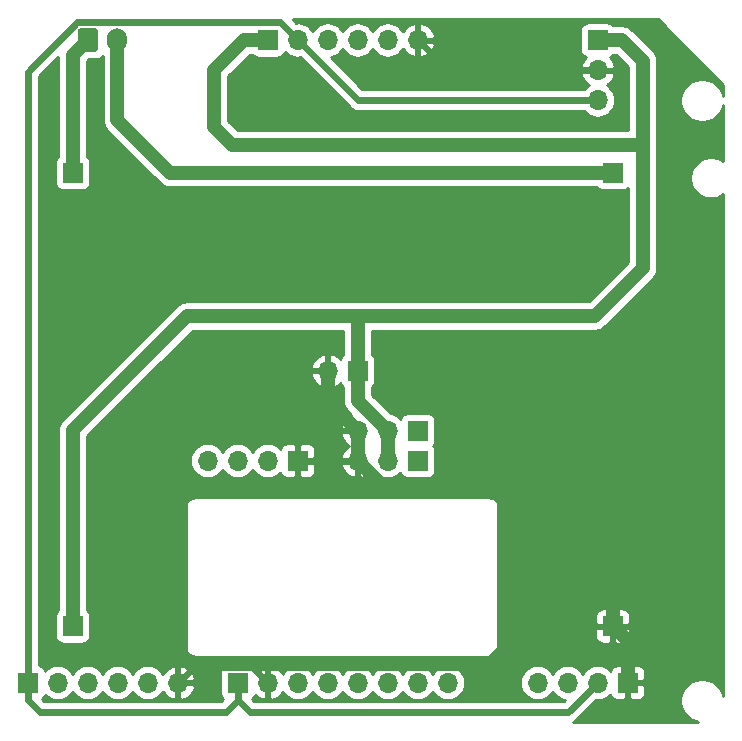
<source format=gbr>
G04 #@! TF.GenerationSoftware,KiCad,Pcbnew,(5.1.4-0-10_14)*
G04 #@! TF.CreationDate,2022-11-21T22:36:57+09:00*
G04 #@! TF.ProjectId,NX19,4e583139-2e6b-4696-9361-645f70636258,rev?*
G04 #@! TF.SameCoordinates,Original*
G04 #@! TF.FileFunction,Copper,L2,Bot*
G04 #@! TF.FilePolarity,Positive*
%FSLAX46Y46*%
G04 Gerber Fmt 4.6, Leading zero omitted, Abs format (unit mm)*
G04 Created by KiCad (PCBNEW (5.1.4-0-10_14)) date 2022-11-21 22:36:57*
%MOMM*%
%LPD*%
G04 APERTURE LIST*
%ADD10O,1.700000X1.700000*%
%ADD11R,1.700000X1.700000*%
%ADD12O,1.700000X2.000000*%
%ADD13C,0.100000*%
%ADD14C,1.700000*%
%ADD15C,1.200000*%
%ADD16C,0.600000*%
%ADD17C,0.254000*%
G04 APERTURE END LIST*
D10*
X165354000Y-71120000D03*
X165354000Y-68580000D03*
D11*
X165354000Y-66040000D03*
D10*
X132334000Y-101660000D03*
X134874000Y-101660000D03*
X137414000Y-101660000D03*
D11*
X139954000Y-101660000D03*
D10*
X145034000Y-101660000D03*
X147574000Y-101660000D03*
D11*
X150114000Y-101660000D03*
D10*
X145034000Y-99120000D03*
X147574000Y-99120000D03*
D11*
X150114000Y-99120000D03*
D10*
X160274000Y-120460000D03*
X162814000Y-120460000D03*
X165354000Y-120460000D03*
D11*
X167894000Y-120460000D03*
D10*
X142494000Y-94040000D03*
D11*
X145034000Y-94040000D03*
D10*
X150114000Y-66040000D03*
X147574000Y-66040000D03*
X145034000Y-66040000D03*
X142494000Y-66040000D03*
X139954000Y-66040000D03*
D11*
X137414000Y-66040000D03*
D10*
X152654000Y-120460000D03*
X150114000Y-120460000D03*
X147574000Y-120460000D03*
X145034000Y-120460000D03*
X142494000Y-120460000D03*
X139954000Y-120460000D03*
X137414000Y-120460000D03*
D11*
X134874000Y-120460000D03*
D12*
X124674000Y-66040000D03*
D13*
G36*
X122798504Y-65041204D02*
G01*
X122822773Y-65044804D01*
X122846571Y-65050765D01*
X122869671Y-65059030D01*
X122891849Y-65069520D01*
X122912893Y-65082133D01*
X122932598Y-65096747D01*
X122950777Y-65113223D01*
X122967253Y-65131402D01*
X122981867Y-65151107D01*
X122994480Y-65172151D01*
X123004970Y-65194329D01*
X123013235Y-65217429D01*
X123019196Y-65241227D01*
X123022796Y-65265496D01*
X123024000Y-65290000D01*
X123024000Y-66790000D01*
X123022796Y-66814504D01*
X123019196Y-66838773D01*
X123013235Y-66862571D01*
X123004970Y-66885671D01*
X122994480Y-66907849D01*
X122981867Y-66928893D01*
X122967253Y-66948598D01*
X122950777Y-66966777D01*
X122932598Y-66983253D01*
X122912893Y-66997867D01*
X122891849Y-67010480D01*
X122869671Y-67020970D01*
X122846571Y-67029235D01*
X122822773Y-67035196D01*
X122798504Y-67038796D01*
X122774000Y-67040000D01*
X121574000Y-67040000D01*
X121549496Y-67038796D01*
X121525227Y-67035196D01*
X121501429Y-67029235D01*
X121478329Y-67020970D01*
X121456151Y-67010480D01*
X121435107Y-66997867D01*
X121415402Y-66983253D01*
X121397223Y-66966777D01*
X121380747Y-66948598D01*
X121366133Y-66928893D01*
X121353520Y-66907849D01*
X121343030Y-66885671D01*
X121334765Y-66862571D01*
X121328804Y-66838773D01*
X121325204Y-66814504D01*
X121324000Y-66790000D01*
X121324000Y-65290000D01*
X121325204Y-65265496D01*
X121328804Y-65241227D01*
X121334765Y-65217429D01*
X121343030Y-65194329D01*
X121353520Y-65172151D01*
X121366133Y-65151107D01*
X121380747Y-65131402D01*
X121397223Y-65113223D01*
X121415402Y-65096747D01*
X121435107Y-65082133D01*
X121456151Y-65069520D01*
X121478329Y-65059030D01*
X121501429Y-65050765D01*
X121525227Y-65044804D01*
X121549496Y-65041204D01*
X121574000Y-65040000D01*
X122774000Y-65040000D01*
X122798504Y-65041204D01*
X122798504Y-65041204D01*
G37*
D14*
X122174000Y-66040000D03*
D11*
X166624000Y-115660000D03*
X166624000Y-77260000D03*
X117094000Y-120460000D03*
D10*
X119634000Y-120460000D03*
X122174000Y-120460000D03*
X124714000Y-120460000D03*
X127254000Y-120460000D03*
X129794000Y-120460000D03*
D11*
X120904000Y-115660000D03*
X120904000Y-77260000D03*
D15*
X120904000Y-67310000D02*
X122174000Y-66040000D01*
X120904000Y-77260000D02*
X120904000Y-67310000D01*
X145034000Y-94040000D02*
X145034000Y-89408000D01*
X120904000Y-99060000D02*
X120904000Y-115660000D01*
X130556000Y-89408000D02*
X120904000Y-99060000D01*
X145034000Y-89408000D02*
X130556000Y-89408000D01*
X132842000Y-73406000D02*
X132842000Y-68562000D01*
X134366000Y-74930000D02*
X132842000Y-73406000D01*
X135364000Y-66040000D02*
X137414000Y-66040000D01*
X132842000Y-68562000D02*
X135364000Y-66040000D01*
X145034000Y-96580000D02*
X147574000Y-99120000D01*
X145034000Y-94040000D02*
X145034000Y-96580000D01*
X147574000Y-99120000D02*
X147574000Y-101660000D01*
X145034000Y-89408000D02*
X165100000Y-89408000D01*
X165100000Y-89408000D02*
X169164000Y-85344000D01*
X167404000Y-66040000D02*
X165354000Y-66040000D01*
X169164000Y-67800000D02*
X167404000Y-66040000D01*
X165100000Y-74930000D02*
X169164000Y-74930000D01*
X134366000Y-74930000D02*
X165100000Y-74930000D01*
X169164000Y-74930000D02*
X169164000Y-67800000D01*
X169164000Y-85344000D02*
X169164000Y-74930000D01*
X167894000Y-116930000D02*
X166624000Y-115660000D01*
X167894000Y-120460000D02*
X167894000Y-116930000D01*
X166624000Y-115660000D02*
X166624000Y-113610000D01*
X142494000Y-96580000D02*
X145034000Y-99120000D01*
X142494000Y-94040000D02*
X142494000Y-96580000D01*
X145034000Y-101660000D02*
X145034000Y-99120000D01*
X147514000Y-104140000D02*
X145034000Y-101660000D01*
X157154000Y-104140000D02*
X147514000Y-104140000D01*
D16*
X130643999Y-119610001D02*
X129794000Y-120460000D01*
X136124001Y-119109999D02*
X131144001Y-119109999D01*
X131144001Y-119109999D02*
X130643999Y-119610001D01*
X136564001Y-119549999D02*
X136124001Y-119109999D01*
X136564001Y-119610001D02*
X136564001Y-119549999D01*
X137414000Y-120460000D02*
X136564001Y-119610001D01*
X139954000Y-101660000D02*
X145034000Y-101660000D01*
X163593042Y-110970500D02*
X163984500Y-110970500D01*
X155453543Y-119109999D02*
X163593042Y-110970500D01*
X136124001Y-119109999D02*
X155453543Y-119109999D01*
D15*
X163984500Y-110970500D02*
X166624000Y-113610000D01*
X157154000Y-104140000D02*
X163984500Y-110970500D01*
D16*
X152654000Y-68580000D02*
X165354000Y-68580000D01*
X150114000Y-66040000D02*
X152654000Y-68580000D01*
X134874000Y-121910000D02*
X135900000Y-122936000D01*
X134874000Y-120460000D02*
X134874000Y-121910000D01*
X162878000Y-122936000D02*
X165354000Y-120460000D01*
X135900000Y-122936000D02*
X162878000Y-122936000D01*
X117094000Y-121910000D02*
X118120000Y-122936000D01*
X117094000Y-120460000D02*
X117094000Y-121910000D01*
X118120000Y-122936000D02*
X133858000Y-122936000D01*
X134874000Y-121920000D02*
X134874000Y-121910000D01*
X133858000Y-122936000D02*
X134874000Y-121920000D01*
X145034000Y-71120000D02*
X139954000Y-66040000D01*
X165354000Y-71120000D02*
X145034000Y-71120000D01*
X138453990Y-64539990D02*
X139954000Y-66040000D01*
X117094000Y-68709322D02*
X121263332Y-64539990D01*
X121263332Y-64539990D02*
X138453990Y-64539990D01*
X117094000Y-120460000D02*
X117094000Y-68709322D01*
D15*
X164574000Y-77260000D02*
X166624000Y-77260000D01*
X129133998Y-77260000D02*
X164574000Y-77260000D01*
X124674000Y-72800002D02*
X129133998Y-77260000D01*
X124674000Y-66040000D02*
X124674000Y-72800002D01*
D17*
G36*
X175995001Y-69849448D02*
G01*
X175995001Y-70776722D01*
X175965124Y-70626522D01*
X175825964Y-70290559D01*
X175623934Y-69988200D01*
X175366800Y-69731066D01*
X175064441Y-69529036D01*
X174728478Y-69389876D01*
X174371822Y-69318932D01*
X174008178Y-69318932D01*
X173651522Y-69389876D01*
X173315559Y-69529036D01*
X173013200Y-69731066D01*
X172756066Y-69988200D01*
X172554036Y-70290559D01*
X172414876Y-70626522D01*
X172343932Y-70983178D01*
X172343932Y-71346822D01*
X172414876Y-71703478D01*
X172554036Y-72039441D01*
X172756066Y-72341800D01*
X173013200Y-72598934D01*
X173315559Y-72800964D01*
X173651522Y-72940124D01*
X174008178Y-73011068D01*
X174371822Y-73011068D01*
X174728478Y-72940124D01*
X175064441Y-72800964D01*
X175366800Y-72598934D01*
X175623934Y-72341800D01*
X175825964Y-72039441D01*
X175965124Y-71703478D01*
X175995001Y-71553278D01*
X175995001Y-76322736D01*
X175747301Y-76157228D01*
X175429450Y-76025570D01*
X175092020Y-75958451D01*
X174747980Y-75958451D01*
X174410550Y-76025570D01*
X174092699Y-76157228D01*
X173806640Y-76348367D01*
X173563367Y-76591640D01*
X173372228Y-76877699D01*
X173240570Y-77195550D01*
X173173451Y-77532980D01*
X173173451Y-77877020D01*
X173240570Y-78214450D01*
X173372228Y-78532301D01*
X173563367Y-78818360D01*
X173806640Y-79061633D01*
X174092699Y-79252772D01*
X174410550Y-79384430D01*
X174747980Y-79451549D01*
X175092020Y-79451549D01*
X175429450Y-79384430D01*
X175747301Y-79252772D01*
X175995001Y-79087264D01*
X175995000Y-121576717D01*
X175965124Y-121426522D01*
X175825964Y-121090559D01*
X175623934Y-120788200D01*
X175366800Y-120531066D01*
X175064441Y-120329036D01*
X174728478Y-120189876D01*
X174371822Y-120118932D01*
X174008178Y-120118932D01*
X173651522Y-120189876D01*
X173315559Y-120329036D01*
X173013200Y-120531066D01*
X172756066Y-120788200D01*
X172554036Y-121090559D01*
X172414876Y-121426522D01*
X172343932Y-121783178D01*
X172343932Y-122146822D01*
X172414876Y-122503478D01*
X172554036Y-122839441D01*
X172756066Y-123141800D01*
X173013200Y-123398934D01*
X173315559Y-123600964D01*
X173651522Y-123740124D01*
X173801717Y-123770000D01*
X163301163Y-123770000D01*
X163399972Y-123717186D01*
X163542344Y-123600344D01*
X163571630Y-123564659D01*
X165199337Y-121936952D01*
X165281050Y-121945000D01*
X165426950Y-121945000D01*
X165645111Y-121923513D01*
X165925034Y-121838599D01*
X166183014Y-121700706D01*
X166409134Y-121515134D01*
X166433607Y-121485313D01*
X166454498Y-121554180D01*
X166513463Y-121664494D01*
X166592815Y-121761185D01*
X166689506Y-121840537D01*
X166799820Y-121899502D01*
X166919518Y-121935812D01*
X167044000Y-121948072D01*
X167608250Y-121945000D01*
X167767000Y-121786250D01*
X167767000Y-120587000D01*
X168021000Y-120587000D01*
X168021000Y-121786250D01*
X168179750Y-121945000D01*
X168744000Y-121948072D01*
X168868482Y-121935812D01*
X168988180Y-121899502D01*
X169098494Y-121840537D01*
X169195185Y-121761185D01*
X169274537Y-121664494D01*
X169333502Y-121554180D01*
X169369812Y-121434482D01*
X169382072Y-121310000D01*
X169379000Y-120745750D01*
X169220250Y-120587000D01*
X168021000Y-120587000D01*
X167767000Y-120587000D01*
X167747000Y-120587000D01*
X167747000Y-120333000D01*
X167767000Y-120333000D01*
X167767000Y-119133750D01*
X168021000Y-119133750D01*
X168021000Y-120333000D01*
X169220250Y-120333000D01*
X169379000Y-120174250D01*
X169382072Y-119610000D01*
X169369812Y-119485518D01*
X169333502Y-119365820D01*
X169274537Y-119255506D01*
X169195185Y-119158815D01*
X169098494Y-119079463D01*
X168988180Y-119020498D01*
X168868482Y-118984188D01*
X168744000Y-118971928D01*
X168179750Y-118975000D01*
X168021000Y-119133750D01*
X167767000Y-119133750D01*
X167608250Y-118975000D01*
X167044000Y-118971928D01*
X166919518Y-118984188D01*
X166799820Y-119020498D01*
X166689506Y-119079463D01*
X166592815Y-119158815D01*
X166513463Y-119255506D01*
X166454498Y-119365820D01*
X166433607Y-119434687D01*
X166409134Y-119404866D01*
X166183014Y-119219294D01*
X165925034Y-119081401D01*
X165645111Y-118996487D01*
X165426950Y-118975000D01*
X165281050Y-118975000D01*
X165062889Y-118996487D01*
X164782966Y-119081401D01*
X164524986Y-119219294D01*
X164298866Y-119404866D01*
X164113294Y-119630986D01*
X164084000Y-119685791D01*
X164054706Y-119630986D01*
X163869134Y-119404866D01*
X163643014Y-119219294D01*
X163385034Y-119081401D01*
X163105111Y-118996487D01*
X162886950Y-118975000D01*
X162741050Y-118975000D01*
X162522889Y-118996487D01*
X162242966Y-119081401D01*
X161984986Y-119219294D01*
X161758866Y-119404866D01*
X161573294Y-119630986D01*
X161544000Y-119685791D01*
X161514706Y-119630986D01*
X161329134Y-119404866D01*
X161103014Y-119219294D01*
X160845034Y-119081401D01*
X160565111Y-118996487D01*
X160346950Y-118975000D01*
X160201050Y-118975000D01*
X159982889Y-118996487D01*
X159702966Y-119081401D01*
X159444986Y-119219294D01*
X159218866Y-119404866D01*
X159033294Y-119630986D01*
X158895401Y-119888966D01*
X158810487Y-120168889D01*
X158781815Y-120460000D01*
X158810487Y-120751111D01*
X158895401Y-121031034D01*
X159033294Y-121289014D01*
X159218866Y-121515134D01*
X159444986Y-121700706D01*
X159702966Y-121838599D01*
X159982889Y-121923513D01*
X160201050Y-121945000D01*
X160346950Y-121945000D01*
X160565111Y-121923513D01*
X160845034Y-121838599D01*
X161103014Y-121700706D01*
X161329134Y-121515134D01*
X161514706Y-121289014D01*
X161544000Y-121234209D01*
X161573294Y-121289014D01*
X161758866Y-121515134D01*
X161984986Y-121700706D01*
X162242966Y-121838599D01*
X162522889Y-121923513D01*
X162564136Y-121927575D01*
X162490711Y-122001000D01*
X136287290Y-122001000D01*
X136105040Y-121818751D01*
X136175185Y-121761185D01*
X136254537Y-121664494D01*
X136313502Y-121554180D01*
X136337966Y-121473534D01*
X136413731Y-121557588D01*
X136647080Y-121731641D01*
X136909901Y-121856825D01*
X137057110Y-121901476D01*
X137287000Y-121780155D01*
X137287000Y-120587000D01*
X137267000Y-120587000D01*
X137267000Y-120333000D01*
X137287000Y-120333000D01*
X137287000Y-119139845D01*
X137541000Y-119139845D01*
X137541000Y-120333000D01*
X137561000Y-120333000D01*
X137561000Y-120587000D01*
X137541000Y-120587000D01*
X137541000Y-121780155D01*
X137770890Y-121901476D01*
X137918099Y-121856825D01*
X138180920Y-121731641D01*
X138414269Y-121557588D01*
X138609178Y-121341355D01*
X138678799Y-121224477D01*
X138713294Y-121289014D01*
X138898866Y-121515134D01*
X139124986Y-121700706D01*
X139382966Y-121838599D01*
X139662889Y-121923513D01*
X139881050Y-121945000D01*
X140026950Y-121945000D01*
X140245111Y-121923513D01*
X140525034Y-121838599D01*
X140783014Y-121700706D01*
X141009134Y-121515134D01*
X141194706Y-121289014D01*
X141224000Y-121234209D01*
X141253294Y-121289014D01*
X141438866Y-121515134D01*
X141664986Y-121700706D01*
X141922966Y-121838599D01*
X142202889Y-121923513D01*
X142421050Y-121945000D01*
X142566950Y-121945000D01*
X142785111Y-121923513D01*
X143065034Y-121838599D01*
X143323014Y-121700706D01*
X143549134Y-121515134D01*
X143734706Y-121289014D01*
X143764000Y-121234209D01*
X143793294Y-121289014D01*
X143978866Y-121515134D01*
X144204986Y-121700706D01*
X144462966Y-121838599D01*
X144742889Y-121923513D01*
X144961050Y-121945000D01*
X145106950Y-121945000D01*
X145325111Y-121923513D01*
X145605034Y-121838599D01*
X145863014Y-121700706D01*
X146089134Y-121515134D01*
X146274706Y-121289014D01*
X146304000Y-121234209D01*
X146333294Y-121289014D01*
X146518866Y-121515134D01*
X146744986Y-121700706D01*
X147002966Y-121838599D01*
X147282889Y-121923513D01*
X147501050Y-121945000D01*
X147646950Y-121945000D01*
X147865111Y-121923513D01*
X148145034Y-121838599D01*
X148403014Y-121700706D01*
X148629134Y-121515134D01*
X148814706Y-121289014D01*
X148844000Y-121234209D01*
X148873294Y-121289014D01*
X149058866Y-121515134D01*
X149284986Y-121700706D01*
X149542966Y-121838599D01*
X149822889Y-121923513D01*
X150041050Y-121945000D01*
X150186950Y-121945000D01*
X150405111Y-121923513D01*
X150685034Y-121838599D01*
X150943014Y-121700706D01*
X151169134Y-121515134D01*
X151354706Y-121289014D01*
X151384000Y-121234209D01*
X151413294Y-121289014D01*
X151598866Y-121515134D01*
X151824986Y-121700706D01*
X152082966Y-121838599D01*
X152362889Y-121923513D01*
X152581050Y-121945000D01*
X152726950Y-121945000D01*
X152945111Y-121923513D01*
X153225034Y-121838599D01*
X153483014Y-121700706D01*
X153709134Y-121515134D01*
X153894706Y-121289014D01*
X154032599Y-121031034D01*
X154117513Y-120751111D01*
X154146185Y-120460000D01*
X154117513Y-120168889D01*
X154032599Y-119888966D01*
X153894706Y-119630986D01*
X153709134Y-119404866D01*
X153483014Y-119219294D01*
X153225034Y-119081401D01*
X152945111Y-118996487D01*
X152726950Y-118975000D01*
X152581050Y-118975000D01*
X152362889Y-118996487D01*
X152082966Y-119081401D01*
X151824986Y-119219294D01*
X151598866Y-119404866D01*
X151413294Y-119630986D01*
X151384000Y-119685791D01*
X151354706Y-119630986D01*
X151169134Y-119404866D01*
X150943014Y-119219294D01*
X150685034Y-119081401D01*
X150405111Y-118996487D01*
X150186950Y-118975000D01*
X150041050Y-118975000D01*
X149822889Y-118996487D01*
X149542966Y-119081401D01*
X149284986Y-119219294D01*
X149058866Y-119404866D01*
X148873294Y-119630986D01*
X148844000Y-119685791D01*
X148814706Y-119630986D01*
X148629134Y-119404866D01*
X148403014Y-119219294D01*
X148145034Y-119081401D01*
X147865111Y-118996487D01*
X147646950Y-118975000D01*
X147501050Y-118975000D01*
X147282889Y-118996487D01*
X147002966Y-119081401D01*
X146744986Y-119219294D01*
X146518866Y-119404866D01*
X146333294Y-119630986D01*
X146304000Y-119685791D01*
X146274706Y-119630986D01*
X146089134Y-119404866D01*
X145863014Y-119219294D01*
X145605034Y-119081401D01*
X145325111Y-118996487D01*
X145106950Y-118975000D01*
X144961050Y-118975000D01*
X144742889Y-118996487D01*
X144462966Y-119081401D01*
X144204986Y-119219294D01*
X143978866Y-119404866D01*
X143793294Y-119630986D01*
X143764000Y-119685791D01*
X143734706Y-119630986D01*
X143549134Y-119404866D01*
X143323014Y-119219294D01*
X143065034Y-119081401D01*
X142785111Y-118996487D01*
X142566950Y-118975000D01*
X142421050Y-118975000D01*
X142202889Y-118996487D01*
X141922966Y-119081401D01*
X141664986Y-119219294D01*
X141438866Y-119404866D01*
X141253294Y-119630986D01*
X141224000Y-119685791D01*
X141194706Y-119630986D01*
X141009134Y-119404866D01*
X140783014Y-119219294D01*
X140525034Y-119081401D01*
X140245111Y-118996487D01*
X140026950Y-118975000D01*
X139881050Y-118975000D01*
X139662889Y-118996487D01*
X139382966Y-119081401D01*
X139124986Y-119219294D01*
X138898866Y-119404866D01*
X138713294Y-119630986D01*
X138678799Y-119695523D01*
X138609178Y-119578645D01*
X138414269Y-119362412D01*
X138180920Y-119188359D01*
X137918099Y-119063175D01*
X137770890Y-119018524D01*
X137541000Y-119139845D01*
X137287000Y-119139845D01*
X137057110Y-119018524D01*
X136909901Y-119063175D01*
X136647080Y-119188359D01*
X136413731Y-119362412D01*
X136337966Y-119446466D01*
X136313502Y-119365820D01*
X136254537Y-119255506D01*
X136175185Y-119158815D01*
X136078494Y-119079463D01*
X135968180Y-119020498D01*
X135848482Y-118984188D01*
X135724000Y-118971928D01*
X134024000Y-118971928D01*
X133899518Y-118984188D01*
X133779820Y-119020498D01*
X133669506Y-119079463D01*
X133572815Y-119158815D01*
X133493463Y-119255506D01*
X133434498Y-119365820D01*
X133398188Y-119485518D01*
X133385928Y-119610000D01*
X133385928Y-121310000D01*
X133398188Y-121434482D01*
X133434498Y-121554180D01*
X133493463Y-121664494D01*
X133572815Y-121761185D01*
X133648452Y-121823259D01*
X133470711Y-122001000D01*
X118507290Y-122001000D01*
X118325040Y-121818751D01*
X118395185Y-121761185D01*
X118474537Y-121664494D01*
X118533502Y-121554180D01*
X118554393Y-121485313D01*
X118578866Y-121515134D01*
X118804986Y-121700706D01*
X119062966Y-121838599D01*
X119342889Y-121923513D01*
X119561050Y-121945000D01*
X119706950Y-121945000D01*
X119925111Y-121923513D01*
X120205034Y-121838599D01*
X120463014Y-121700706D01*
X120689134Y-121515134D01*
X120874706Y-121289014D01*
X120904000Y-121234209D01*
X120933294Y-121289014D01*
X121118866Y-121515134D01*
X121344986Y-121700706D01*
X121602966Y-121838599D01*
X121882889Y-121923513D01*
X122101050Y-121945000D01*
X122246950Y-121945000D01*
X122465111Y-121923513D01*
X122745034Y-121838599D01*
X123003014Y-121700706D01*
X123229134Y-121515134D01*
X123414706Y-121289014D01*
X123444000Y-121234209D01*
X123473294Y-121289014D01*
X123658866Y-121515134D01*
X123884986Y-121700706D01*
X124142966Y-121838599D01*
X124422889Y-121923513D01*
X124641050Y-121945000D01*
X124786950Y-121945000D01*
X125005111Y-121923513D01*
X125285034Y-121838599D01*
X125543014Y-121700706D01*
X125769134Y-121515134D01*
X125954706Y-121289014D01*
X125984000Y-121234209D01*
X126013294Y-121289014D01*
X126198866Y-121515134D01*
X126424986Y-121700706D01*
X126682966Y-121838599D01*
X126962889Y-121923513D01*
X127181050Y-121945000D01*
X127326950Y-121945000D01*
X127545111Y-121923513D01*
X127825034Y-121838599D01*
X128083014Y-121700706D01*
X128309134Y-121515134D01*
X128494706Y-121289014D01*
X128529201Y-121224477D01*
X128598822Y-121341355D01*
X128793731Y-121557588D01*
X129027080Y-121731641D01*
X129289901Y-121856825D01*
X129437110Y-121901476D01*
X129667000Y-121780155D01*
X129667000Y-120587000D01*
X129921000Y-120587000D01*
X129921000Y-121780155D01*
X130150890Y-121901476D01*
X130298099Y-121856825D01*
X130560920Y-121731641D01*
X130794269Y-121557588D01*
X130989178Y-121341355D01*
X131138157Y-121091252D01*
X131235481Y-120816891D01*
X131114814Y-120587000D01*
X129921000Y-120587000D01*
X129667000Y-120587000D01*
X129647000Y-120587000D01*
X129647000Y-120333000D01*
X129667000Y-120333000D01*
X129667000Y-119139845D01*
X129921000Y-119139845D01*
X129921000Y-120333000D01*
X131114814Y-120333000D01*
X131235481Y-120103109D01*
X131138157Y-119828748D01*
X130989178Y-119578645D01*
X130794269Y-119362412D01*
X130560920Y-119188359D01*
X130298099Y-119063175D01*
X130150890Y-119018524D01*
X129921000Y-119139845D01*
X129667000Y-119139845D01*
X129437110Y-119018524D01*
X129289901Y-119063175D01*
X129027080Y-119188359D01*
X128793731Y-119362412D01*
X128598822Y-119578645D01*
X128529201Y-119695523D01*
X128494706Y-119630986D01*
X128309134Y-119404866D01*
X128083014Y-119219294D01*
X127825034Y-119081401D01*
X127545111Y-118996487D01*
X127326950Y-118975000D01*
X127181050Y-118975000D01*
X126962889Y-118996487D01*
X126682966Y-119081401D01*
X126424986Y-119219294D01*
X126198866Y-119404866D01*
X126013294Y-119630986D01*
X125984000Y-119685791D01*
X125954706Y-119630986D01*
X125769134Y-119404866D01*
X125543014Y-119219294D01*
X125285034Y-119081401D01*
X125005111Y-118996487D01*
X124786950Y-118975000D01*
X124641050Y-118975000D01*
X124422889Y-118996487D01*
X124142966Y-119081401D01*
X123884986Y-119219294D01*
X123658866Y-119404866D01*
X123473294Y-119630986D01*
X123444000Y-119685791D01*
X123414706Y-119630986D01*
X123229134Y-119404866D01*
X123003014Y-119219294D01*
X122745034Y-119081401D01*
X122465111Y-118996487D01*
X122246950Y-118975000D01*
X122101050Y-118975000D01*
X121882889Y-118996487D01*
X121602966Y-119081401D01*
X121344986Y-119219294D01*
X121118866Y-119404866D01*
X120933294Y-119630986D01*
X120904000Y-119685791D01*
X120874706Y-119630986D01*
X120689134Y-119404866D01*
X120463014Y-119219294D01*
X120205034Y-119081401D01*
X119925111Y-118996487D01*
X119706950Y-118975000D01*
X119561050Y-118975000D01*
X119342889Y-118996487D01*
X119062966Y-119081401D01*
X118804986Y-119219294D01*
X118578866Y-119404866D01*
X118554393Y-119434687D01*
X118533502Y-119365820D01*
X118474537Y-119255506D01*
X118395185Y-119158815D01*
X118298494Y-119079463D01*
X118188180Y-119020498D01*
X118068482Y-118984188D01*
X118029000Y-118980299D01*
X118029000Y-69096611D01*
X119669001Y-67456610D01*
X119669000Y-75904498D01*
X119602815Y-75958815D01*
X119523463Y-76055506D01*
X119464498Y-76165820D01*
X119428188Y-76285518D01*
X119415928Y-76410000D01*
X119415928Y-78110000D01*
X119428188Y-78234482D01*
X119464498Y-78354180D01*
X119523463Y-78464494D01*
X119602815Y-78561185D01*
X119699506Y-78640537D01*
X119809820Y-78699502D01*
X119929518Y-78735812D01*
X120054000Y-78748072D01*
X121754000Y-78748072D01*
X121878482Y-78735812D01*
X121998180Y-78699502D01*
X122108494Y-78640537D01*
X122205185Y-78561185D01*
X122284537Y-78464494D01*
X122343502Y-78354180D01*
X122379812Y-78234482D01*
X122392072Y-78110000D01*
X122392072Y-76410000D01*
X122379812Y-76285518D01*
X122343502Y-76165820D01*
X122284537Y-76055506D01*
X122205185Y-75958815D01*
X122139000Y-75904499D01*
X122139000Y-67821553D01*
X122282481Y-67678072D01*
X122774000Y-67678072D01*
X122947254Y-67661008D01*
X123113850Y-67610472D01*
X123267386Y-67528405D01*
X123401962Y-67417962D01*
X123439000Y-67372831D01*
X123439001Y-72739327D01*
X123433025Y-72800002D01*
X123456870Y-73042104D01*
X123527489Y-73274901D01*
X123527490Y-73274903D01*
X123642168Y-73489451D01*
X123796499Y-73677504D01*
X123843621Y-73716176D01*
X128217824Y-78090380D01*
X128256496Y-78137502D01*
X128444549Y-78291833D01*
X128659097Y-78406511D01*
X128850241Y-78464494D01*
X128891896Y-78477130D01*
X129133998Y-78500975D01*
X129194663Y-78495000D01*
X165268499Y-78495000D01*
X165322815Y-78561185D01*
X165419506Y-78640537D01*
X165529820Y-78699502D01*
X165649518Y-78735812D01*
X165774000Y-78748072D01*
X167474000Y-78748072D01*
X167598482Y-78735812D01*
X167718180Y-78699502D01*
X167828494Y-78640537D01*
X167925185Y-78561185D01*
X167929001Y-78556536D01*
X167929000Y-84832446D01*
X164588447Y-88173000D01*
X145094665Y-88173000D01*
X145034000Y-88167025D01*
X144973335Y-88173000D01*
X130616662Y-88173000D01*
X130555999Y-88167025D01*
X130495336Y-88173000D01*
X130495335Y-88173000D01*
X130313898Y-88190870D01*
X130081099Y-88261489D01*
X129866551Y-88376167D01*
X129678498Y-88530498D01*
X129639826Y-88577620D01*
X120073626Y-98143821D01*
X120026498Y-98182498D01*
X119872167Y-98370552D01*
X119757489Y-98585100D01*
X119739288Y-98645100D01*
X119686870Y-98817898D01*
X119663025Y-99060000D01*
X119669000Y-99120665D01*
X119669001Y-114304498D01*
X119602815Y-114358815D01*
X119523463Y-114455506D01*
X119464498Y-114565820D01*
X119428188Y-114685518D01*
X119415928Y-114810000D01*
X119415928Y-116510000D01*
X119428188Y-116634482D01*
X119464498Y-116754180D01*
X119523463Y-116864494D01*
X119602815Y-116961185D01*
X119699506Y-117040537D01*
X119809820Y-117099502D01*
X119929518Y-117135812D01*
X120054000Y-117148072D01*
X121754000Y-117148072D01*
X121878482Y-117135812D01*
X121998180Y-117099502D01*
X122108494Y-117040537D01*
X122205185Y-116961185D01*
X122284537Y-116864494D01*
X122343502Y-116754180D01*
X122379812Y-116634482D01*
X122392072Y-116510000D01*
X122392072Y-114810000D01*
X122379812Y-114685518D01*
X122343502Y-114565820D01*
X122284537Y-114455506D01*
X122205185Y-114358815D01*
X122139000Y-114304499D01*
X122139000Y-105505000D01*
X130471444Y-105505000D01*
X130475001Y-105541115D01*
X130475000Y-117468895D01*
X130471444Y-117505000D01*
X130485635Y-117649085D01*
X130527663Y-117787633D01*
X130595913Y-117915320D01*
X130687762Y-118027238D01*
X130799680Y-118119087D01*
X130927367Y-118187337D01*
X131065915Y-118229365D01*
X131210000Y-118243556D01*
X131246105Y-118240000D01*
X156173895Y-118240000D01*
X156210000Y-118243556D01*
X156246105Y-118240000D01*
X156354085Y-118229365D01*
X156492633Y-118187337D01*
X156620320Y-118119087D01*
X156732238Y-118027238D01*
X156824087Y-117915320D01*
X156892337Y-117787633D01*
X156934365Y-117649085D01*
X156948556Y-117505000D01*
X156945000Y-117468895D01*
X156945000Y-116510000D01*
X165135928Y-116510000D01*
X165148188Y-116634482D01*
X165184498Y-116754180D01*
X165243463Y-116864494D01*
X165322815Y-116961185D01*
X165419506Y-117040537D01*
X165529820Y-117099502D01*
X165649518Y-117135812D01*
X165774000Y-117148072D01*
X166338250Y-117145000D01*
X166497000Y-116986250D01*
X166497000Y-115787000D01*
X166751000Y-115787000D01*
X166751000Y-116986250D01*
X166909750Y-117145000D01*
X167474000Y-117148072D01*
X167598482Y-117135812D01*
X167718180Y-117099502D01*
X167828494Y-117040537D01*
X167925185Y-116961185D01*
X168004537Y-116864494D01*
X168063502Y-116754180D01*
X168099812Y-116634482D01*
X168112072Y-116510000D01*
X168109000Y-115945750D01*
X167950250Y-115787000D01*
X166751000Y-115787000D01*
X166497000Y-115787000D01*
X165297750Y-115787000D01*
X165139000Y-115945750D01*
X165135928Y-116510000D01*
X156945000Y-116510000D01*
X156945000Y-114810000D01*
X165135928Y-114810000D01*
X165139000Y-115374250D01*
X165297750Y-115533000D01*
X166497000Y-115533000D01*
X166497000Y-114333750D01*
X166751000Y-114333750D01*
X166751000Y-115533000D01*
X167950250Y-115533000D01*
X168109000Y-115374250D01*
X168112072Y-114810000D01*
X168099812Y-114685518D01*
X168063502Y-114565820D01*
X168004537Y-114455506D01*
X167925185Y-114358815D01*
X167828494Y-114279463D01*
X167718180Y-114220498D01*
X167598482Y-114184188D01*
X167474000Y-114171928D01*
X166909750Y-114175000D01*
X166751000Y-114333750D01*
X166497000Y-114333750D01*
X166338250Y-114175000D01*
X165774000Y-114171928D01*
X165649518Y-114184188D01*
X165529820Y-114220498D01*
X165419506Y-114279463D01*
X165322815Y-114358815D01*
X165243463Y-114455506D01*
X165184498Y-114565820D01*
X165148188Y-114685518D01*
X165135928Y-114810000D01*
X156945000Y-114810000D01*
X156945000Y-105541105D01*
X156948556Y-105505000D01*
X156934365Y-105360915D01*
X156892337Y-105222367D01*
X156824087Y-105094680D01*
X156732238Y-104982762D01*
X156620320Y-104890913D01*
X156492633Y-104822663D01*
X156354085Y-104780635D01*
X156246105Y-104770000D01*
X156210000Y-104766444D01*
X156173895Y-104770000D01*
X131246105Y-104770000D01*
X131210000Y-104766444D01*
X131173895Y-104770000D01*
X131065915Y-104780635D01*
X130927367Y-104822663D01*
X130799680Y-104890913D01*
X130687762Y-104982762D01*
X130595913Y-105094680D01*
X130527663Y-105222367D01*
X130485635Y-105360915D01*
X130471444Y-105505000D01*
X122139000Y-105505000D01*
X122139000Y-101660000D01*
X130841815Y-101660000D01*
X130870487Y-101951111D01*
X130955401Y-102231034D01*
X131093294Y-102489014D01*
X131278866Y-102715134D01*
X131504986Y-102900706D01*
X131762966Y-103038599D01*
X132042889Y-103123513D01*
X132261050Y-103145000D01*
X132406950Y-103145000D01*
X132625111Y-103123513D01*
X132905034Y-103038599D01*
X133163014Y-102900706D01*
X133389134Y-102715134D01*
X133574706Y-102489014D01*
X133604000Y-102434209D01*
X133633294Y-102489014D01*
X133818866Y-102715134D01*
X134044986Y-102900706D01*
X134302966Y-103038599D01*
X134582889Y-103123513D01*
X134801050Y-103145000D01*
X134946950Y-103145000D01*
X135165111Y-103123513D01*
X135445034Y-103038599D01*
X135703014Y-102900706D01*
X135929134Y-102715134D01*
X136114706Y-102489014D01*
X136144000Y-102434209D01*
X136173294Y-102489014D01*
X136358866Y-102715134D01*
X136584986Y-102900706D01*
X136842966Y-103038599D01*
X137122889Y-103123513D01*
X137341050Y-103145000D01*
X137486950Y-103145000D01*
X137705111Y-103123513D01*
X137985034Y-103038599D01*
X138243014Y-102900706D01*
X138469134Y-102715134D01*
X138493607Y-102685313D01*
X138514498Y-102754180D01*
X138573463Y-102864494D01*
X138652815Y-102961185D01*
X138749506Y-103040537D01*
X138859820Y-103099502D01*
X138979518Y-103135812D01*
X139104000Y-103148072D01*
X139668250Y-103145000D01*
X139827000Y-102986250D01*
X139827000Y-101787000D01*
X140081000Y-101787000D01*
X140081000Y-102986250D01*
X140239750Y-103145000D01*
X140804000Y-103148072D01*
X140928482Y-103135812D01*
X141048180Y-103099502D01*
X141158494Y-103040537D01*
X141255185Y-102961185D01*
X141334537Y-102864494D01*
X141393502Y-102754180D01*
X141429812Y-102634482D01*
X141442072Y-102510000D01*
X141439388Y-102016891D01*
X143592519Y-102016891D01*
X143689843Y-102291252D01*
X143838822Y-102541355D01*
X144033731Y-102757588D01*
X144267080Y-102931641D01*
X144529901Y-103056825D01*
X144677110Y-103101476D01*
X144907000Y-102980155D01*
X144907000Y-101787000D01*
X143713186Y-101787000D01*
X143592519Y-102016891D01*
X141439388Y-102016891D01*
X141439000Y-101945750D01*
X141280250Y-101787000D01*
X140081000Y-101787000D01*
X139827000Y-101787000D01*
X139807000Y-101787000D01*
X139807000Y-101533000D01*
X139827000Y-101533000D01*
X139827000Y-100333750D01*
X140081000Y-100333750D01*
X140081000Y-101533000D01*
X141280250Y-101533000D01*
X141439000Y-101374250D01*
X141442072Y-100810000D01*
X141429812Y-100685518D01*
X141393502Y-100565820D01*
X141334537Y-100455506D01*
X141255185Y-100358815D01*
X141158494Y-100279463D01*
X141048180Y-100220498D01*
X140928482Y-100184188D01*
X140804000Y-100171928D01*
X140239750Y-100175000D01*
X140081000Y-100333750D01*
X139827000Y-100333750D01*
X139668250Y-100175000D01*
X139104000Y-100171928D01*
X138979518Y-100184188D01*
X138859820Y-100220498D01*
X138749506Y-100279463D01*
X138652815Y-100358815D01*
X138573463Y-100455506D01*
X138514498Y-100565820D01*
X138493607Y-100634687D01*
X138469134Y-100604866D01*
X138243014Y-100419294D01*
X137985034Y-100281401D01*
X137705111Y-100196487D01*
X137486950Y-100175000D01*
X137341050Y-100175000D01*
X137122889Y-100196487D01*
X136842966Y-100281401D01*
X136584986Y-100419294D01*
X136358866Y-100604866D01*
X136173294Y-100830986D01*
X136144000Y-100885791D01*
X136114706Y-100830986D01*
X135929134Y-100604866D01*
X135703014Y-100419294D01*
X135445034Y-100281401D01*
X135165111Y-100196487D01*
X134946950Y-100175000D01*
X134801050Y-100175000D01*
X134582889Y-100196487D01*
X134302966Y-100281401D01*
X134044986Y-100419294D01*
X133818866Y-100604866D01*
X133633294Y-100830986D01*
X133604000Y-100885791D01*
X133574706Y-100830986D01*
X133389134Y-100604866D01*
X133163014Y-100419294D01*
X132905034Y-100281401D01*
X132625111Y-100196487D01*
X132406950Y-100175000D01*
X132261050Y-100175000D01*
X132042889Y-100196487D01*
X131762966Y-100281401D01*
X131504986Y-100419294D01*
X131278866Y-100604866D01*
X131093294Y-100830986D01*
X130955401Y-101088966D01*
X130870487Y-101368889D01*
X130841815Y-101660000D01*
X122139000Y-101660000D01*
X122139000Y-99571553D01*
X122233662Y-99476891D01*
X143592519Y-99476891D01*
X143689843Y-99751252D01*
X143838822Y-100001355D01*
X144033731Y-100217588D01*
X144264880Y-100390000D01*
X144033731Y-100562412D01*
X143838822Y-100778645D01*
X143689843Y-101028748D01*
X143592519Y-101303109D01*
X143713186Y-101533000D01*
X144907000Y-101533000D01*
X144907000Y-99247000D01*
X143713186Y-99247000D01*
X143592519Y-99476891D01*
X122233662Y-99476891D01*
X127313662Y-94396891D01*
X141052519Y-94396891D01*
X141149843Y-94671252D01*
X141298822Y-94921355D01*
X141493731Y-95137588D01*
X141727080Y-95311641D01*
X141989901Y-95436825D01*
X142137110Y-95481476D01*
X142367000Y-95360155D01*
X142367000Y-94167000D01*
X141173186Y-94167000D01*
X141052519Y-94396891D01*
X127313662Y-94396891D01*
X128027444Y-93683109D01*
X141052519Y-93683109D01*
X141173186Y-93913000D01*
X142367000Y-93913000D01*
X142367000Y-92719845D01*
X142137110Y-92598524D01*
X141989901Y-92643175D01*
X141727080Y-92768359D01*
X141493731Y-92942412D01*
X141298822Y-93158645D01*
X141149843Y-93408748D01*
X141052519Y-93683109D01*
X128027444Y-93683109D01*
X131067554Y-90643000D01*
X143799001Y-90643000D01*
X143799000Y-92684498D01*
X143732815Y-92738815D01*
X143653463Y-92835506D01*
X143594498Y-92945820D01*
X143570034Y-93026466D01*
X143494269Y-92942412D01*
X143260920Y-92768359D01*
X142998099Y-92643175D01*
X142850890Y-92598524D01*
X142621000Y-92719845D01*
X142621000Y-93913000D01*
X142641000Y-93913000D01*
X142641000Y-94167000D01*
X142621000Y-94167000D01*
X142621000Y-95360155D01*
X142850890Y-95481476D01*
X142998099Y-95436825D01*
X143260920Y-95311641D01*
X143494269Y-95137588D01*
X143570034Y-95053534D01*
X143594498Y-95134180D01*
X143653463Y-95244494D01*
X143732815Y-95341185D01*
X143799001Y-95395502D01*
X143799001Y-96519325D01*
X143793025Y-96580000D01*
X143816870Y-96822102D01*
X143887489Y-97054899D01*
X143887490Y-97054901D01*
X144002168Y-97269449D01*
X144156499Y-97457502D01*
X144203621Y-97496174D01*
X144462653Y-97755206D01*
X144267080Y-97848359D01*
X144033731Y-98022412D01*
X143838822Y-98238645D01*
X143689843Y-98488748D01*
X143592519Y-98763109D01*
X143713186Y-98993000D01*
X144907000Y-98993000D01*
X144907000Y-98973000D01*
X145161000Y-98973000D01*
X145161000Y-98993000D01*
X145181000Y-98993000D01*
X145181000Y-99247000D01*
X145161000Y-99247000D01*
X145161000Y-101533000D01*
X145181000Y-101533000D01*
X145181000Y-101787000D01*
X145161000Y-101787000D01*
X145161000Y-102980155D01*
X145390890Y-103101476D01*
X145538099Y-103056825D01*
X145800920Y-102931641D01*
X146034269Y-102757588D01*
X146229178Y-102541355D01*
X146298799Y-102424477D01*
X146333294Y-102489014D01*
X146518866Y-102715134D01*
X146744986Y-102900706D01*
X147002966Y-103038599D01*
X147282889Y-103123513D01*
X147501050Y-103145000D01*
X147646950Y-103145000D01*
X147865111Y-103123513D01*
X148145034Y-103038599D01*
X148403014Y-102900706D01*
X148629134Y-102715134D01*
X148653607Y-102685313D01*
X148674498Y-102754180D01*
X148733463Y-102864494D01*
X148812815Y-102961185D01*
X148909506Y-103040537D01*
X149019820Y-103099502D01*
X149139518Y-103135812D01*
X149264000Y-103148072D01*
X150964000Y-103148072D01*
X151088482Y-103135812D01*
X151208180Y-103099502D01*
X151318494Y-103040537D01*
X151415185Y-102961185D01*
X151494537Y-102864494D01*
X151553502Y-102754180D01*
X151589812Y-102634482D01*
X151602072Y-102510000D01*
X151602072Y-100810000D01*
X151589812Y-100685518D01*
X151553502Y-100565820D01*
X151494537Y-100455506D01*
X151440778Y-100390000D01*
X151494537Y-100324494D01*
X151553502Y-100214180D01*
X151589812Y-100094482D01*
X151602072Y-99970000D01*
X151602072Y-98270000D01*
X151589812Y-98145518D01*
X151553502Y-98025820D01*
X151494537Y-97915506D01*
X151415185Y-97818815D01*
X151318494Y-97739463D01*
X151208180Y-97680498D01*
X151088482Y-97644188D01*
X150964000Y-97631928D01*
X149264000Y-97631928D01*
X149139518Y-97644188D01*
X149019820Y-97680498D01*
X148909506Y-97739463D01*
X148812815Y-97818815D01*
X148733463Y-97915506D01*
X148674498Y-98025820D01*
X148653607Y-98094687D01*
X148629134Y-98064866D01*
X148403014Y-97879294D01*
X148145034Y-97741401D01*
X147865111Y-97656487D01*
X147856159Y-97655605D01*
X146269000Y-96068447D01*
X146269000Y-95395501D01*
X146335185Y-95341185D01*
X146414537Y-95244494D01*
X146473502Y-95134180D01*
X146509812Y-95014482D01*
X146522072Y-94890000D01*
X146522072Y-93190000D01*
X146509812Y-93065518D01*
X146473502Y-92945820D01*
X146414537Y-92835506D01*
X146335185Y-92738815D01*
X146269000Y-92684499D01*
X146269000Y-90643000D01*
X165039335Y-90643000D01*
X165100000Y-90648975D01*
X165160665Y-90643000D01*
X165342102Y-90625130D01*
X165574901Y-90554511D01*
X165789449Y-90439833D01*
X165977502Y-90285502D01*
X166016178Y-90238375D01*
X169994381Y-86260173D01*
X170041502Y-86221502D01*
X170195833Y-86033449D01*
X170310511Y-85818901D01*
X170381130Y-85586102D01*
X170399000Y-85404665D01*
X170399000Y-85404664D01*
X170404975Y-85344000D01*
X170399000Y-85283335D01*
X170399000Y-74990664D01*
X170404975Y-74930000D01*
X170399000Y-74869335D01*
X170399000Y-67860665D01*
X170404975Y-67800000D01*
X170381130Y-67557898D01*
X170364632Y-67503513D01*
X170310511Y-67325099D01*
X170195833Y-67110551D01*
X170041502Y-66922498D01*
X169994380Y-66883826D01*
X168320178Y-65209625D01*
X168281502Y-65162498D01*
X168093449Y-65008167D01*
X167878901Y-64893489D01*
X167646102Y-64822870D01*
X167464665Y-64805000D01*
X167404000Y-64799025D01*
X167343335Y-64805000D01*
X166709501Y-64805000D01*
X166655185Y-64738815D01*
X166558494Y-64659463D01*
X166448180Y-64600498D01*
X166328482Y-64564188D01*
X166204000Y-64551928D01*
X164504000Y-64551928D01*
X164379518Y-64564188D01*
X164259820Y-64600498D01*
X164149506Y-64659463D01*
X164052815Y-64738815D01*
X163973463Y-64835506D01*
X163914498Y-64945820D01*
X163878188Y-65065518D01*
X163865928Y-65190000D01*
X163865928Y-66890000D01*
X163878188Y-67014482D01*
X163914498Y-67134180D01*
X163973463Y-67244494D01*
X164052815Y-67341185D01*
X164149506Y-67420537D01*
X164259820Y-67479502D01*
X164340466Y-67503966D01*
X164256412Y-67579731D01*
X164082359Y-67813080D01*
X163957175Y-68075901D01*
X163912524Y-68223110D01*
X164033845Y-68453000D01*
X165227000Y-68453000D01*
X165227000Y-68433000D01*
X165481000Y-68433000D01*
X165481000Y-68453000D01*
X166674155Y-68453000D01*
X166795476Y-68223110D01*
X166750825Y-68075901D01*
X166625641Y-67813080D01*
X166451588Y-67579731D01*
X166367534Y-67503966D01*
X166448180Y-67479502D01*
X166558494Y-67420537D01*
X166655185Y-67341185D01*
X166709501Y-67275000D01*
X166892447Y-67275000D01*
X167929001Y-68311555D01*
X167929000Y-73695000D01*
X134877554Y-73695000D01*
X134077000Y-72894447D01*
X134077000Y-69073553D01*
X135875553Y-67275000D01*
X136058499Y-67275000D01*
X136112815Y-67341185D01*
X136209506Y-67420537D01*
X136319820Y-67479502D01*
X136439518Y-67515812D01*
X136564000Y-67528072D01*
X138264000Y-67528072D01*
X138388482Y-67515812D01*
X138508180Y-67479502D01*
X138618494Y-67420537D01*
X138715185Y-67341185D01*
X138794537Y-67244494D01*
X138853502Y-67134180D01*
X138874393Y-67065313D01*
X138898866Y-67095134D01*
X139124986Y-67280706D01*
X139382966Y-67418599D01*
X139662889Y-67503513D01*
X139881050Y-67525000D01*
X140026950Y-67525000D01*
X140108663Y-67516952D01*
X144340370Y-71748659D01*
X144369656Y-71784344D01*
X144512028Y-71901186D01*
X144674460Y-71988007D01*
X144844016Y-72039441D01*
X144850708Y-72041471D01*
X145034000Y-72059524D01*
X145079932Y-72055000D01*
X164200275Y-72055000D01*
X164298866Y-72175134D01*
X164524986Y-72360706D01*
X164782966Y-72498599D01*
X165062889Y-72583513D01*
X165281050Y-72605000D01*
X165426950Y-72605000D01*
X165645111Y-72583513D01*
X165925034Y-72498599D01*
X166183014Y-72360706D01*
X166409134Y-72175134D01*
X166594706Y-71949014D01*
X166732599Y-71691034D01*
X166817513Y-71411111D01*
X166846185Y-71120000D01*
X166817513Y-70828889D01*
X166732599Y-70548966D01*
X166594706Y-70290986D01*
X166409134Y-70064866D01*
X166183014Y-69879294D01*
X166118477Y-69844799D01*
X166235355Y-69775178D01*
X166451588Y-69580269D01*
X166625641Y-69346920D01*
X166750825Y-69084099D01*
X166795476Y-68936890D01*
X166674155Y-68707000D01*
X165481000Y-68707000D01*
X165481000Y-68727000D01*
X165227000Y-68727000D01*
X165227000Y-68707000D01*
X164033845Y-68707000D01*
X163912524Y-68936890D01*
X163957175Y-69084099D01*
X164082359Y-69346920D01*
X164256412Y-69580269D01*
X164472645Y-69775178D01*
X164589523Y-69844799D01*
X164524986Y-69879294D01*
X164298866Y-70064866D01*
X164200275Y-70185000D01*
X145421289Y-70185000D01*
X142743864Y-67507575D01*
X142785111Y-67503513D01*
X143065034Y-67418599D01*
X143323014Y-67280706D01*
X143549134Y-67095134D01*
X143734706Y-66869014D01*
X143764000Y-66814209D01*
X143793294Y-66869014D01*
X143978866Y-67095134D01*
X144204986Y-67280706D01*
X144462966Y-67418599D01*
X144742889Y-67503513D01*
X144961050Y-67525000D01*
X145106950Y-67525000D01*
X145325111Y-67503513D01*
X145605034Y-67418599D01*
X145863014Y-67280706D01*
X146089134Y-67095134D01*
X146274706Y-66869014D01*
X146304000Y-66814209D01*
X146333294Y-66869014D01*
X146518866Y-67095134D01*
X146744986Y-67280706D01*
X147002966Y-67418599D01*
X147282889Y-67503513D01*
X147501050Y-67525000D01*
X147646950Y-67525000D01*
X147865111Y-67503513D01*
X148145034Y-67418599D01*
X148403014Y-67280706D01*
X148629134Y-67095134D01*
X148814706Y-66869014D01*
X148849201Y-66804477D01*
X148918822Y-66921355D01*
X149113731Y-67137588D01*
X149347080Y-67311641D01*
X149609901Y-67436825D01*
X149757110Y-67481476D01*
X149987000Y-67360155D01*
X149987000Y-66167000D01*
X150241000Y-66167000D01*
X150241000Y-67360155D01*
X150470890Y-67481476D01*
X150618099Y-67436825D01*
X150880920Y-67311641D01*
X151114269Y-67137588D01*
X151309178Y-66921355D01*
X151458157Y-66671252D01*
X151555481Y-66396891D01*
X151434814Y-66167000D01*
X150241000Y-66167000D01*
X149987000Y-66167000D01*
X149967000Y-66167000D01*
X149967000Y-65913000D01*
X149987000Y-65913000D01*
X149987000Y-64719845D01*
X150241000Y-64719845D01*
X150241000Y-65913000D01*
X151434814Y-65913000D01*
X151555481Y-65683109D01*
X151458157Y-65408748D01*
X151309178Y-65158645D01*
X151114269Y-64942412D01*
X150880920Y-64768359D01*
X150618099Y-64643175D01*
X150470890Y-64598524D01*
X150241000Y-64719845D01*
X149987000Y-64719845D01*
X149757110Y-64598524D01*
X149609901Y-64643175D01*
X149347080Y-64768359D01*
X149113731Y-64942412D01*
X148918822Y-65158645D01*
X148849201Y-65275523D01*
X148814706Y-65210986D01*
X148629134Y-64984866D01*
X148403014Y-64799294D01*
X148145034Y-64661401D01*
X147865111Y-64576487D01*
X147646950Y-64555000D01*
X147501050Y-64555000D01*
X147282889Y-64576487D01*
X147002966Y-64661401D01*
X146744986Y-64799294D01*
X146518866Y-64984866D01*
X146333294Y-65210986D01*
X146304000Y-65265791D01*
X146274706Y-65210986D01*
X146089134Y-64984866D01*
X145863014Y-64799294D01*
X145605034Y-64661401D01*
X145325111Y-64576487D01*
X145106950Y-64555000D01*
X144961050Y-64555000D01*
X144742889Y-64576487D01*
X144462966Y-64661401D01*
X144204986Y-64799294D01*
X143978866Y-64984866D01*
X143793294Y-65210986D01*
X143764000Y-65265791D01*
X143734706Y-65210986D01*
X143549134Y-64984866D01*
X143323014Y-64799294D01*
X143065034Y-64661401D01*
X142785111Y-64576487D01*
X142566950Y-64555000D01*
X142421050Y-64555000D01*
X142202889Y-64576487D01*
X141922966Y-64661401D01*
X141664986Y-64799294D01*
X141438866Y-64984866D01*
X141253294Y-65210986D01*
X141224000Y-65265791D01*
X141194706Y-65210986D01*
X141009134Y-64984866D01*
X140783014Y-64799294D01*
X140525034Y-64661401D01*
X140245111Y-64576487D01*
X140026950Y-64555000D01*
X139881050Y-64555000D01*
X139799337Y-64563048D01*
X139516289Y-64280000D01*
X170425554Y-64280000D01*
X175995001Y-69849448D01*
X175995001Y-69849448D01*
G37*
X175995001Y-69849448D02*
X175995001Y-70776722D01*
X175965124Y-70626522D01*
X175825964Y-70290559D01*
X175623934Y-69988200D01*
X175366800Y-69731066D01*
X175064441Y-69529036D01*
X174728478Y-69389876D01*
X174371822Y-69318932D01*
X174008178Y-69318932D01*
X173651522Y-69389876D01*
X173315559Y-69529036D01*
X173013200Y-69731066D01*
X172756066Y-69988200D01*
X172554036Y-70290559D01*
X172414876Y-70626522D01*
X172343932Y-70983178D01*
X172343932Y-71346822D01*
X172414876Y-71703478D01*
X172554036Y-72039441D01*
X172756066Y-72341800D01*
X173013200Y-72598934D01*
X173315559Y-72800964D01*
X173651522Y-72940124D01*
X174008178Y-73011068D01*
X174371822Y-73011068D01*
X174728478Y-72940124D01*
X175064441Y-72800964D01*
X175366800Y-72598934D01*
X175623934Y-72341800D01*
X175825964Y-72039441D01*
X175965124Y-71703478D01*
X175995001Y-71553278D01*
X175995001Y-76322736D01*
X175747301Y-76157228D01*
X175429450Y-76025570D01*
X175092020Y-75958451D01*
X174747980Y-75958451D01*
X174410550Y-76025570D01*
X174092699Y-76157228D01*
X173806640Y-76348367D01*
X173563367Y-76591640D01*
X173372228Y-76877699D01*
X173240570Y-77195550D01*
X173173451Y-77532980D01*
X173173451Y-77877020D01*
X173240570Y-78214450D01*
X173372228Y-78532301D01*
X173563367Y-78818360D01*
X173806640Y-79061633D01*
X174092699Y-79252772D01*
X174410550Y-79384430D01*
X174747980Y-79451549D01*
X175092020Y-79451549D01*
X175429450Y-79384430D01*
X175747301Y-79252772D01*
X175995001Y-79087264D01*
X175995000Y-121576717D01*
X175965124Y-121426522D01*
X175825964Y-121090559D01*
X175623934Y-120788200D01*
X175366800Y-120531066D01*
X175064441Y-120329036D01*
X174728478Y-120189876D01*
X174371822Y-120118932D01*
X174008178Y-120118932D01*
X173651522Y-120189876D01*
X173315559Y-120329036D01*
X173013200Y-120531066D01*
X172756066Y-120788200D01*
X172554036Y-121090559D01*
X172414876Y-121426522D01*
X172343932Y-121783178D01*
X172343932Y-122146822D01*
X172414876Y-122503478D01*
X172554036Y-122839441D01*
X172756066Y-123141800D01*
X173013200Y-123398934D01*
X173315559Y-123600964D01*
X173651522Y-123740124D01*
X173801717Y-123770000D01*
X163301163Y-123770000D01*
X163399972Y-123717186D01*
X163542344Y-123600344D01*
X163571630Y-123564659D01*
X165199337Y-121936952D01*
X165281050Y-121945000D01*
X165426950Y-121945000D01*
X165645111Y-121923513D01*
X165925034Y-121838599D01*
X166183014Y-121700706D01*
X166409134Y-121515134D01*
X166433607Y-121485313D01*
X166454498Y-121554180D01*
X166513463Y-121664494D01*
X166592815Y-121761185D01*
X166689506Y-121840537D01*
X166799820Y-121899502D01*
X166919518Y-121935812D01*
X167044000Y-121948072D01*
X167608250Y-121945000D01*
X167767000Y-121786250D01*
X167767000Y-120587000D01*
X168021000Y-120587000D01*
X168021000Y-121786250D01*
X168179750Y-121945000D01*
X168744000Y-121948072D01*
X168868482Y-121935812D01*
X168988180Y-121899502D01*
X169098494Y-121840537D01*
X169195185Y-121761185D01*
X169274537Y-121664494D01*
X169333502Y-121554180D01*
X169369812Y-121434482D01*
X169382072Y-121310000D01*
X169379000Y-120745750D01*
X169220250Y-120587000D01*
X168021000Y-120587000D01*
X167767000Y-120587000D01*
X167747000Y-120587000D01*
X167747000Y-120333000D01*
X167767000Y-120333000D01*
X167767000Y-119133750D01*
X168021000Y-119133750D01*
X168021000Y-120333000D01*
X169220250Y-120333000D01*
X169379000Y-120174250D01*
X169382072Y-119610000D01*
X169369812Y-119485518D01*
X169333502Y-119365820D01*
X169274537Y-119255506D01*
X169195185Y-119158815D01*
X169098494Y-119079463D01*
X168988180Y-119020498D01*
X168868482Y-118984188D01*
X168744000Y-118971928D01*
X168179750Y-118975000D01*
X168021000Y-119133750D01*
X167767000Y-119133750D01*
X167608250Y-118975000D01*
X167044000Y-118971928D01*
X166919518Y-118984188D01*
X166799820Y-119020498D01*
X166689506Y-119079463D01*
X166592815Y-119158815D01*
X166513463Y-119255506D01*
X166454498Y-119365820D01*
X166433607Y-119434687D01*
X166409134Y-119404866D01*
X166183014Y-119219294D01*
X165925034Y-119081401D01*
X165645111Y-118996487D01*
X165426950Y-118975000D01*
X165281050Y-118975000D01*
X165062889Y-118996487D01*
X164782966Y-119081401D01*
X164524986Y-119219294D01*
X164298866Y-119404866D01*
X164113294Y-119630986D01*
X164084000Y-119685791D01*
X164054706Y-119630986D01*
X163869134Y-119404866D01*
X163643014Y-119219294D01*
X163385034Y-119081401D01*
X163105111Y-118996487D01*
X162886950Y-118975000D01*
X162741050Y-118975000D01*
X162522889Y-118996487D01*
X162242966Y-119081401D01*
X161984986Y-119219294D01*
X161758866Y-119404866D01*
X161573294Y-119630986D01*
X161544000Y-119685791D01*
X161514706Y-119630986D01*
X161329134Y-119404866D01*
X161103014Y-119219294D01*
X160845034Y-119081401D01*
X160565111Y-118996487D01*
X160346950Y-118975000D01*
X160201050Y-118975000D01*
X159982889Y-118996487D01*
X159702966Y-119081401D01*
X159444986Y-119219294D01*
X159218866Y-119404866D01*
X159033294Y-119630986D01*
X158895401Y-119888966D01*
X158810487Y-120168889D01*
X158781815Y-120460000D01*
X158810487Y-120751111D01*
X158895401Y-121031034D01*
X159033294Y-121289014D01*
X159218866Y-121515134D01*
X159444986Y-121700706D01*
X159702966Y-121838599D01*
X159982889Y-121923513D01*
X160201050Y-121945000D01*
X160346950Y-121945000D01*
X160565111Y-121923513D01*
X160845034Y-121838599D01*
X161103014Y-121700706D01*
X161329134Y-121515134D01*
X161514706Y-121289014D01*
X161544000Y-121234209D01*
X161573294Y-121289014D01*
X161758866Y-121515134D01*
X161984986Y-121700706D01*
X162242966Y-121838599D01*
X162522889Y-121923513D01*
X162564136Y-121927575D01*
X162490711Y-122001000D01*
X136287290Y-122001000D01*
X136105040Y-121818751D01*
X136175185Y-121761185D01*
X136254537Y-121664494D01*
X136313502Y-121554180D01*
X136337966Y-121473534D01*
X136413731Y-121557588D01*
X136647080Y-121731641D01*
X136909901Y-121856825D01*
X137057110Y-121901476D01*
X137287000Y-121780155D01*
X137287000Y-120587000D01*
X137267000Y-120587000D01*
X137267000Y-120333000D01*
X137287000Y-120333000D01*
X137287000Y-119139845D01*
X137541000Y-119139845D01*
X137541000Y-120333000D01*
X137561000Y-120333000D01*
X137561000Y-120587000D01*
X137541000Y-120587000D01*
X137541000Y-121780155D01*
X137770890Y-121901476D01*
X137918099Y-121856825D01*
X138180920Y-121731641D01*
X138414269Y-121557588D01*
X138609178Y-121341355D01*
X138678799Y-121224477D01*
X138713294Y-121289014D01*
X138898866Y-121515134D01*
X139124986Y-121700706D01*
X139382966Y-121838599D01*
X139662889Y-121923513D01*
X139881050Y-121945000D01*
X140026950Y-121945000D01*
X140245111Y-121923513D01*
X140525034Y-121838599D01*
X140783014Y-121700706D01*
X141009134Y-121515134D01*
X141194706Y-121289014D01*
X141224000Y-121234209D01*
X141253294Y-121289014D01*
X141438866Y-121515134D01*
X141664986Y-121700706D01*
X141922966Y-121838599D01*
X142202889Y-121923513D01*
X142421050Y-121945000D01*
X142566950Y-121945000D01*
X142785111Y-121923513D01*
X143065034Y-121838599D01*
X143323014Y-121700706D01*
X143549134Y-121515134D01*
X143734706Y-121289014D01*
X143764000Y-121234209D01*
X143793294Y-121289014D01*
X143978866Y-121515134D01*
X144204986Y-121700706D01*
X144462966Y-121838599D01*
X144742889Y-121923513D01*
X144961050Y-121945000D01*
X145106950Y-121945000D01*
X145325111Y-121923513D01*
X145605034Y-121838599D01*
X145863014Y-121700706D01*
X146089134Y-121515134D01*
X146274706Y-121289014D01*
X146304000Y-121234209D01*
X146333294Y-121289014D01*
X146518866Y-121515134D01*
X146744986Y-121700706D01*
X147002966Y-121838599D01*
X147282889Y-121923513D01*
X147501050Y-121945000D01*
X147646950Y-121945000D01*
X147865111Y-121923513D01*
X148145034Y-121838599D01*
X148403014Y-121700706D01*
X148629134Y-121515134D01*
X148814706Y-121289014D01*
X148844000Y-121234209D01*
X148873294Y-121289014D01*
X149058866Y-121515134D01*
X149284986Y-121700706D01*
X149542966Y-121838599D01*
X149822889Y-121923513D01*
X150041050Y-121945000D01*
X150186950Y-121945000D01*
X150405111Y-121923513D01*
X150685034Y-121838599D01*
X150943014Y-121700706D01*
X151169134Y-121515134D01*
X151354706Y-121289014D01*
X151384000Y-121234209D01*
X151413294Y-121289014D01*
X151598866Y-121515134D01*
X151824986Y-121700706D01*
X152082966Y-121838599D01*
X152362889Y-121923513D01*
X152581050Y-121945000D01*
X152726950Y-121945000D01*
X152945111Y-121923513D01*
X153225034Y-121838599D01*
X153483014Y-121700706D01*
X153709134Y-121515134D01*
X153894706Y-121289014D01*
X154032599Y-121031034D01*
X154117513Y-120751111D01*
X154146185Y-120460000D01*
X154117513Y-120168889D01*
X154032599Y-119888966D01*
X153894706Y-119630986D01*
X153709134Y-119404866D01*
X153483014Y-119219294D01*
X153225034Y-119081401D01*
X152945111Y-118996487D01*
X152726950Y-118975000D01*
X152581050Y-118975000D01*
X152362889Y-118996487D01*
X152082966Y-119081401D01*
X151824986Y-119219294D01*
X151598866Y-119404866D01*
X151413294Y-119630986D01*
X151384000Y-119685791D01*
X151354706Y-119630986D01*
X151169134Y-119404866D01*
X150943014Y-119219294D01*
X150685034Y-119081401D01*
X150405111Y-118996487D01*
X150186950Y-118975000D01*
X150041050Y-118975000D01*
X149822889Y-118996487D01*
X149542966Y-119081401D01*
X149284986Y-119219294D01*
X149058866Y-119404866D01*
X148873294Y-119630986D01*
X148844000Y-119685791D01*
X148814706Y-119630986D01*
X148629134Y-119404866D01*
X148403014Y-119219294D01*
X148145034Y-119081401D01*
X147865111Y-118996487D01*
X147646950Y-118975000D01*
X147501050Y-118975000D01*
X147282889Y-118996487D01*
X147002966Y-119081401D01*
X146744986Y-119219294D01*
X146518866Y-119404866D01*
X146333294Y-119630986D01*
X146304000Y-119685791D01*
X146274706Y-119630986D01*
X146089134Y-119404866D01*
X145863014Y-119219294D01*
X145605034Y-119081401D01*
X145325111Y-118996487D01*
X145106950Y-118975000D01*
X144961050Y-118975000D01*
X144742889Y-118996487D01*
X144462966Y-119081401D01*
X144204986Y-119219294D01*
X143978866Y-119404866D01*
X143793294Y-119630986D01*
X143764000Y-119685791D01*
X143734706Y-119630986D01*
X143549134Y-119404866D01*
X143323014Y-119219294D01*
X143065034Y-119081401D01*
X142785111Y-118996487D01*
X142566950Y-118975000D01*
X142421050Y-118975000D01*
X142202889Y-118996487D01*
X141922966Y-119081401D01*
X141664986Y-119219294D01*
X141438866Y-119404866D01*
X141253294Y-119630986D01*
X141224000Y-119685791D01*
X141194706Y-119630986D01*
X141009134Y-119404866D01*
X140783014Y-119219294D01*
X140525034Y-119081401D01*
X140245111Y-118996487D01*
X140026950Y-118975000D01*
X139881050Y-118975000D01*
X139662889Y-118996487D01*
X139382966Y-119081401D01*
X139124986Y-119219294D01*
X138898866Y-119404866D01*
X138713294Y-119630986D01*
X138678799Y-119695523D01*
X138609178Y-119578645D01*
X138414269Y-119362412D01*
X138180920Y-119188359D01*
X137918099Y-119063175D01*
X137770890Y-119018524D01*
X137541000Y-119139845D01*
X137287000Y-119139845D01*
X137057110Y-119018524D01*
X136909901Y-119063175D01*
X136647080Y-119188359D01*
X136413731Y-119362412D01*
X136337966Y-119446466D01*
X136313502Y-119365820D01*
X136254537Y-119255506D01*
X136175185Y-119158815D01*
X136078494Y-119079463D01*
X135968180Y-119020498D01*
X135848482Y-118984188D01*
X135724000Y-118971928D01*
X134024000Y-118971928D01*
X133899518Y-118984188D01*
X133779820Y-119020498D01*
X133669506Y-119079463D01*
X133572815Y-119158815D01*
X133493463Y-119255506D01*
X133434498Y-119365820D01*
X133398188Y-119485518D01*
X133385928Y-119610000D01*
X133385928Y-121310000D01*
X133398188Y-121434482D01*
X133434498Y-121554180D01*
X133493463Y-121664494D01*
X133572815Y-121761185D01*
X133648452Y-121823259D01*
X133470711Y-122001000D01*
X118507290Y-122001000D01*
X118325040Y-121818751D01*
X118395185Y-121761185D01*
X118474537Y-121664494D01*
X118533502Y-121554180D01*
X118554393Y-121485313D01*
X118578866Y-121515134D01*
X118804986Y-121700706D01*
X119062966Y-121838599D01*
X119342889Y-121923513D01*
X119561050Y-121945000D01*
X119706950Y-121945000D01*
X119925111Y-121923513D01*
X120205034Y-121838599D01*
X120463014Y-121700706D01*
X120689134Y-121515134D01*
X120874706Y-121289014D01*
X120904000Y-121234209D01*
X120933294Y-121289014D01*
X121118866Y-121515134D01*
X121344986Y-121700706D01*
X121602966Y-121838599D01*
X121882889Y-121923513D01*
X122101050Y-121945000D01*
X122246950Y-121945000D01*
X122465111Y-121923513D01*
X122745034Y-121838599D01*
X123003014Y-121700706D01*
X123229134Y-121515134D01*
X123414706Y-121289014D01*
X123444000Y-121234209D01*
X123473294Y-121289014D01*
X123658866Y-121515134D01*
X123884986Y-121700706D01*
X124142966Y-121838599D01*
X124422889Y-121923513D01*
X124641050Y-121945000D01*
X124786950Y-121945000D01*
X125005111Y-121923513D01*
X125285034Y-121838599D01*
X125543014Y-121700706D01*
X125769134Y-121515134D01*
X125954706Y-121289014D01*
X125984000Y-121234209D01*
X126013294Y-121289014D01*
X126198866Y-121515134D01*
X126424986Y-121700706D01*
X126682966Y-121838599D01*
X126962889Y-121923513D01*
X127181050Y-121945000D01*
X127326950Y-121945000D01*
X127545111Y-121923513D01*
X127825034Y-121838599D01*
X128083014Y-121700706D01*
X128309134Y-121515134D01*
X128494706Y-121289014D01*
X128529201Y-121224477D01*
X128598822Y-121341355D01*
X128793731Y-121557588D01*
X129027080Y-121731641D01*
X129289901Y-121856825D01*
X129437110Y-121901476D01*
X129667000Y-121780155D01*
X129667000Y-120587000D01*
X129921000Y-120587000D01*
X129921000Y-121780155D01*
X130150890Y-121901476D01*
X130298099Y-121856825D01*
X130560920Y-121731641D01*
X130794269Y-121557588D01*
X130989178Y-121341355D01*
X131138157Y-121091252D01*
X131235481Y-120816891D01*
X131114814Y-120587000D01*
X129921000Y-120587000D01*
X129667000Y-120587000D01*
X129647000Y-120587000D01*
X129647000Y-120333000D01*
X129667000Y-120333000D01*
X129667000Y-119139845D01*
X129921000Y-119139845D01*
X129921000Y-120333000D01*
X131114814Y-120333000D01*
X131235481Y-120103109D01*
X131138157Y-119828748D01*
X130989178Y-119578645D01*
X130794269Y-119362412D01*
X130560920Y-119188359D01*
X130298099Y-119063175D01*
X130150890Y-119018524D01*
X129921000Y-119139845D01*
X129667000Y-119139845D01*
X129437110Y-119018524D01*
X129289901Y-119063175D01*
X129027080Y-119188359D01*
X128793731Y-119362412D01*
X128598822Y-119578645D01*
X128529201Y-119695523D01*
X128494706Y-119630986D01*
X128309134Y-119404866D01*
X128083014Y-119219294D01*
X127825034Y-119081401D01*
X127545111Y-118996487D01*
X127326950Y-118975000D01*
X127181050Y-118975000D01*
X126962889Y-118996487D01*
X126682966Y-119081401D01*
X126424986Y-119219294D01*
X126198866Y-119404866D01*
X126013294Y-119630986D01*
X125984000Y-119685791D01*
X125954706Y-119630986D01*
X125769134Y-119404866D01*
X125543014Y-119219294D01*
X125285034Y-119081401D01*
X125005111Y-118996487D01*
X124786950Y-118975000D01*
X124641050Y-118975000D01*
X124422889Y-118996487D01*
X124142966Y-119081401D01*
X123884986Y-119219294D01*
X123658866Y-119404866D01*
X123473294Y-119630986D01*
X123444000Y-119685791D01*
X123414706Y-119630986D01*
X123229134Y-119404866D01*
X123003014Y-119219294D01*
X122745034Y-119081401D01*
X122465111Y-118996487D01*
X122246950Y-118975000D01*
X122101050Y-118975000D01*
X121882889Y-118996487D01*
X121602966Y-119081401D01*
X121344986Y-119219294D01*
X121118866Y-119404866D01*
X120933294Y-119630986D01*
X120904000Y-119685791D01*
X120874706Y-119630986D01*
X120689134Y-119404866D01*
X120463014Y-119219294D01*
X120205034Y-119081401D01*
X119925111Y-118996487D01*
X119706950Y-118975000D01*
X119561050Y-118975000D01*
X119342889Y-118996487D01*
X119062966Y-119081401D01*
X118804986Y-119219294D01*
X118578866Y-119404866D01*
X118554393Y-119434687D01*
X118533502Y-119365820D01*
X118474537Y-119255506D01*
X118395185Y-119158815D01*
X118298494Y-119079463D01*
X118188180Y-119020498D01*
X118068482Y-118984188D01*
X118029000Y-118980299D01*
X118029000Y-69096611D01*
X119669001Y-67456610D01*
X119669000Y-75904498D01*
X119602815Y-75958815D01*
X119523463Y-76055506D01*
X119464498Y-76165820D01*
X119428188Y-76285518D01*
X119415928Y-76410000D01*
X119415928Y-78110000D01*
X119428188Y-78234482D01*
X119464498Y-78354180D01*
X119523463Y-78464494D01*
X119602815Y-78561185D01*
X119699506Y-78640537D01*
X119809820Y-78699502D01*
X119929518Y-78735812D01*
X120054000Y-78748072D01*
X121754000Y-78748072D01*
X121878482Y-78735812D01*
X121998180Y-78699502D01*
X122108494Y-78640537D01*
X122205185Y-78561185D01*
X122284537Y-78464494D01*
X122343502Y-78354180D01*
X122379812Y-78234482D01*
X122392072Y-78110000D01*
X122392072Y-76410000D01*
X122379812Y-76285518D01*
X122343502Y-76165820D01*
X122284537Y-76055506D01*
X122205185Y-75958815D01*
X122139000Y-75904499D01*
X122139000Y-67821553D01*
X122282481Y-67678072D01*
X122774000Y-67678072D01*
X122947254Y-67661008D01*
X123113850Y-67610472D01*
X123267386Y-67528405D01*
X123401962Y-67417962D01*
X123439000Y-67372831D01*
X123439001Y-72739327D01*
X123433025Y-72800002D01*
X123456870Y-73042104D01*
X123527489Y-73274901D01*
X123527490Y-73274903D01*
X123642168Y-73489451D01*
X123796499Y-73677504D01*
X123843621Y-73716176D01*
X128217824Y-78090380D01*
X128256496Y-78137502D01*
X128444549Y-78291833D01*
X128659097Y-78406511D01*
X128850241Y-78464494D01*
X128891896Y-78477130D01*
X129133998Y-78500975D01*
X129194663Y-78495000D01*
X165268499Y-78495000D01*
X165322815Y-78561185D01*
X165419506Y-78640537D01*
X165529820Y-78699502D01*
X165649518Y-78735812D01*
X165774000Y-78748072D01*
X167474000Y-78748072D01*
X167598482Y-78735812D01*
X167718180Y-78699502D01*
X167828494Y-78640537D01*
X167925185Y-78561185D01*
X167929001Y-78556536D01*
X167929000Y-84832446D01*
X164588447Y-88173000D01*
X145094665Y-88173000D01*
X145034000Y-88167025D01*
X144973335Y-88173000D01*
X130616662Y-88173000D01*
X130555999Y-88167025D01*
X130495336Y-88173000D01*
X130495335Y-88173000D01*
X130313898Y-88190870D01*
X130081099Y-88261489D01*
X129866551Y-88376167D01*
X129678498Y-88530498D01*
X129639826Y-88577620D01*
X120073626Y-98143821D01*
X120026498Y-98182498D01*
X119872167Y-98370552D01*
X119757489Y-98585100D01*
X119739288Y-98645100D01*
X119686870Y-98817898D01*
X119663025Y-99060000D01*
X119669000Y-99120665D01*
X119669001Y-114304498D01*
X119602815Y-114358815D01*
X119523463Y-114455506D01*
X119464498Y-114565820D01*
X119428188Y-114685518D01*
X119415928Y-114810000D01*
X119415928Y-116510000D01*
X119428188Y-116634482D01*
X119464498Y-116754180D01*
X119523463Y-116864494D01*
X119602815Y-116961185D01*
X119699506Y-117040537D01*
X119809820Y-117099502D01*
X119929518Y-117135812D01*
X120054000Y-117148072D01*
X121754000Y-117148072D01*
X121878482Y-117135812D01*
X121998180Y-117099502D01*
X122108494Y-117040537D01*
X122205185Y-116961185D01*
X122284537Y-116864494D01*
X122343502Y-116754180D01*
X122379812Y-116634482D01*
X122392072Y-116510000D01*
X122392072Y-114810000D01*
X122379812Y-114685518D01*
X122343502Y-114565820D01*
X122284537Y-114455506D01*
X122205185Y-114358815D01*
X122139000Y-114304499D01*
X122139000Y-105505000D01*
X130471444Y-105505000D01*
X130475001Y-105541115D01*
X130475000Y-117468895D01*
X130471444Y-117505000D01*
X130485635Y-117649085D01*
X130527663Y-117787633D01*
X130595913Y-117915320D01*
X130687762Y-118027238D01*
X130799680Y-118119087D01*
X130927367Y-118187337D01*
X131065915Y-118229365D01*
X131210000Y-118243556D01*
X131246105Y-118240000D01*
X156173895Y-118240000D01*
X156210000Y-118243556D01*
X156246105Y-118240000D01*
X156354085Y-118229365D01*
X156492633Y-118187337D01*
X156620320Y-118119087D01*
X156732238Y-118027238D01*
X156824087Y-117915320D01*
X156892337Y-117787633D01*
X156934365Y-117649085D01*
X156948556Y-117505000D01*
X156945000Y-117468895D01*
X156945000Y-116510000D01*
X165135928Y-116510000D01*
X165148188Y-116634482D01*
X165184498Y-116754180D01*
X165243463Y-116864494D01*
X165322815Y-116961185D01*
X165419506Y-117040537D01*
X165529820Y-117099502D01*
X165649518Y-117135812D01*
X165774000Y-117148072D01*
X166338250Y-117145000D01*
X166497000Y-116986250D01*
X166497000Y-115787000D01*
X166751000Y-115787000D01*
X166751000Y-116986250D01*
X166909750Y-117145000D01*
X167474000Y-117148072D01*
X167598482Y-117135812D01*
X167718180Y-117099502D01*
X167828494Y-117040537D01*
X167925185Y-116961185D01*
X168004537Y-116864494D01*
X168063502Y-116754180D01*
X168099812Y-116634482D01*
X168112072Y-116510000D01*
X168109000Y-115945750D01*
X167950250Y-115787000D01*
X166751000Y-115787000D01*
X166497000Y-115787000D01*
X165297750Y-115787000D01*
X165139000Y-115945750D01*
X165135928Y-116510000D01*
X156945000Y-116510000D01*
X156945000Y-114810000D01*
X165135928Y-114810000D01*
X165139000Y-115374250D01*
X165297750Y-115533000D01*
X166497000Y-115533000D01*
X166497000Y-114333750D01*
X166751000Y-114333750D01*
X166751000Y-115533000D01*
X167950250Y-115533000D01*
X168109000Y-115374250D01*
X168112072Y-114810000D01*
X168099812Y-114685518D01*
X168063502Y-114565820D01*
X168004537Y-114455506D01*
X167925185Y-114358815D01*
X167828494Y-114279463D01*
X167718180Y-114220498D01*
X167598482Y-114184188D01*
X167474000Y-114171928D01*
X166909750Y-114175000D01*
X166751000Y-114333750D01*
X166497000Y-114333750D01*
X166338250Y-114175000D01*
X165774000Y-114171928D01*
X165649518Y-114184188D01*
X165529820Y-114220498D01*
X165419506Y-114279463D01*
X165322815Y-114358815D01*
X165243463Y-114455506D01*
X165184498Y-114565820D01*
X165148188Y-114685518D01*
X165135928Y-114810000D01*
X156945000Y-114810000D01*
X156945000Y-105541105D01*
X156948556Y-105505000D01*
X156934365Y-105360915D01*
X156892337Y-105222367D01*
X156824087Y-105094680D01*
X156732238Y-104982762D01*
X156620320Y-104890913D01*
X156492633Y-104822663D01*
X156354085Y-104780635D01*
X156246105Y-104770000D01*
X156210000Y-104766444D01*
X156173895Y-104770000D01*
X131246105Y-104770000D01*
X131210000Y-104766444D01*
X131173895Y-104770000D01*
X131065915Y-104780635D01*
X130927367Y-104822663D01*
X130799680Y-104890913D01*
X130687762Y-104982762D01*
X130595913Y-105094680D01*
X130527663Y-105222367D01*
X130485635Y-105360915D01*
X130471444Y-105505000D01*
X122139000Y-105505000D01*
X122139000Y-101660000D01*
X130841815Y-101660000D01*
X130870487Y-101951111D01*
X130955401Y-102231034D01*
X131093294Y-102489014D01*
X131278866Y-102715134D01*
X131504986Y-102900706D01*
X131762966Y-103038599D01*
X132042889Y-103123513D01*
X132261050Y-103145000D01*
X132406950Y-103145000D01*
X132625111Y-103123513D01*
X132905034Y-103038599D01*
X133163014Y-102900706D01*
X133389134Y-102715134D01*
X133574706Y-102489014D01*
X133604000Y-102434209D01*
X133633294Y-102489014D01*
X133818866Y-102715134D01*
X134044986Y-102900706D01*
X134302966Y-103038599D01*
X134582889Y-103123513D01*
X134801050Y-103145000D01*
X134946950Y-103145000D01*
X135165111Y-103123513D01*
X135445034Y-103038599D01*
X135703014Y-102900706D01*
X135929134Y-102715134D01*
X136114706Y-102489014D01*
X136144000Y-102434209D01*
X136173294Y-102489014D01*
X136358866Y-102715134D01*
X136584986Y-102900706D01*
X136842966Y-103038599D01*
X137122889Y-103123513D01*
X137341050Y-103145000D01*
X137486950Y-103145000D01*
X137705111Y-103123513D01*
X137985034Y-103038599D01*
X138243014Y-102900706D01*
X138469134Y-102715134D01*
X138493607Y-102685313D01*
X138514498Y-102754180D01*
X138573463Y-102864494D01*
X138652815Y-102961185D01*
X138749506Y-103040537D01*
X138859820Y-103099502D01*
X138979518Y-103135812D01*
X139104000Y-103148072D01*
X139668250Y-103145000D01*
X139827000Y-102986250D01*
X139827000Y-101787000D01*
X140081000Y-101787000D01*
X140081000Y-102986250D01*
X140239750Y-103145000D01*
X140804000Y-103148072D01*
X140928482Y-103135812D01*
X141048180Y-103099502D01*
X141158494Y-103040537D01*
X141255185Y-102961185D01*
X141334537Y-102864494D01*
X141393502Y-102754180D01*
X141429812Y-102634482D01*
X141442072Y-102510000D01*
X141439388Y-102016891D01*
X143592519Y-102016891D01*
X143689843Y-102291252D01*
X143838822Y-102541355D01*
X144033731Y-102757588D01*
X144267080Y-102931641D01*
X144529901Y-103056825D01*
X144677110Y-103101476D01*
X144907000Y-102980155D01*
X144907000Y-101787000D01*
X143713186Y-101787000D01*
X143592519Y-102016891D01*
X141439388Y-102016891D01*
X141439000Y-101945750D01*
X141280250Y-101787000D01*
X140081000Y-101787000D01*
X139827000Y-101787000D01*
X139807000Y-101787000D01*
X139807000Y-101533000D01*
X139827000Y-101533000D01*
X139827000Y-100333750D01*
X140081000Y-100333750D01*
X140081000Y-101533000D01*
X141280250Y-101533000D01*
X141439000Y-101374250D01*
X141442072Y-100810000D01*
X141429812Y-100685518D01*
X141393502Y-100565820D01*
X141334537Y-100455506D01*
X141255185Y-100358815D01*
X141158494Y-100279463D01*
X141048180Y-100220498D01*
X140928482Y-100184188D01*
X140804000Y-100171928D01*
X140239750Y-100175000D01*
X140081000Y-100333750D01*
X139827000Y-100333750D01*
X139668250Y-100175000D01*
X139104000Y-100171928D01*
X138979518Y-100184188D01*
X138859820Y-100220498D01*
X138749506Y-100279463D01*
X138652815Y-100358815D01*
X138573463Y-100455506D01*
X138514498Y-100565820D01*
X138493607Y-100634687D01*
X138469134Y-100604866D01*
X138243014Y-100419294D01*
X137985034Y-100281401D01*
X137705111Y-100196487D01*
X137486950Y-100175000D01*
X137341050Y-100175000D01*
X137122889Y-100196487D01*
X136842966Y-100281401D01*
X136584986Y-100419294D01*
X136358866Y-100604866D01*
X136173294Y-100830986D01*
X136144000Y-100885791D01*
X136114706Y-100830986D01*
X135929134Y-100604866D01*
X135703014Y-100419294D01*
X135445034Y-100281401D01*
X135165111Y-100196487D01*
X134946950Y-100175000D01*
X134801050Y-100175000D01*
X134582889Y-100196487D01*
X134302966Y-100281401D01*
X134044986Y-100419294D01*
X133818866Y-100604866D01*
X133633294Y-100830986D01*
X133604000Y-100885791D01*
X133574706Y-100830986D01*
X133389134Y-100604866D01*
X133163014Y-100419294D01*
X132905034Y-100281401D01*
X132625111Y-100196487D01*
X132406950Y-100175000D01*
X132261050Y-100175000D01*
X132042889Y-100196487D01*
X131762966Y-100281401D01*
X131504986Y-100419294D01*
X131278866Y-100604866D01*
X131093294Y-100830986D01*
X130955401Y-101088966D01*
X130870487Y-101368889D01*
X130841815Y-101660000D01*
X122139000Y-101660000D01*
X122139000Y-99571553D01*
X122233662Y-99476891D01*
X143592519Y-99476891D01*
X143689843Y-99751252D01*
X143838822Y-100001355D01*
X144033731Y-100217588D01*
X144264880Y-100390000D01*
X144033731Y-100562412D01*
X143838822Y-100778645D01*
X143689843Y-101028748D01*
X143592519Y-101303109D01*
X143713186Y-101533000D01*
X144907000Y-101533000D01*
X144907000Y-99247000D01*
X143713186Y-99247000D01*
X143592519Y-99476891D01*
X122233662Y-99476891D01*
X127313662Y-94396891D01*
X141052519Y-94396891D01*
X141149843Y-94671252D01*
X141298822Y-94921355D01*
X141493731Y-95137588D01*
X141727080Y-95311641D01*
X141989901Y-95436825D01*
X142137110Y-95481476D01*
X142367000Y-95360155D01*
X142367000Y-94167000D01*
X141173186Y-94167000D01*
X141052519Y-94396891D01*
X127313662Y-94396891D01*
X128027444Y-93683109D01*
X141052519Y-93683109D01*
X141173186Y-93913000D01*
X142367000Y-93913000D01*
X142367000Y-92719845D01*
X142137110Y-92598524D01*
X141989901Y-92643175D01*
X141727080Y-92768359D01*
X141493731Y-92942412D01*
X141298822Y-93158645D01*
X141149843Y-93408748D01*
X141052519Y-93683109D01*
X128027444Y-93683109D01*
X131067554Y-90643000D01*
X143799001Y-90643000D01*
X143799000Y-92684498D01*
X143732815Y-92738815D01*
X143653463Y-92835506D01*
X143594498Y-92945820D01*
X143570034Y-93026466D01*
X143494269Y-92942412D01*
X143260920Y-92768359D01*
X142998099Y-92643175D01*
X142850890Y-92598524D01*
X142621000Y-92719845D01*
X142621000Y-93913000D01*
X142641000Y-93913000D01*
X142641000Y-94167000D01*
X142621000Y-94167000D01*
X142621000Y-95360155D01*
X142850890Y-95481476D01*
X142998099Y-95436825D01*
X143260920Y-95311641D01*
X143494269Y-95137588D01*
X143570034Y-95053534D01*
X143594498Y-95134180D01*
X143653463Y-95244494D01*
X143732815Y-95341185D01*
X143799001Y-95395502D01*
X143799001Y-96519325D01*
X143793025Y-96580000D01*
X143816870Y-96822102D01*
X143887489Y-97054899D01*
X143887490Y-97054901D01*
X144002168Y-97269449D01*
X144156499Y-97457502D01*
X144203621Y-97496174D01*
X144462653Y-97755206D01*
X144267080Y-97848359D01*
X144033731Y-98022412D01*
X143838822Y-98238645D01*
X143689843Y-98488748D01*
X143592519Y-98763109D01*
X143713186Y-98993000D01*
X144907000Y-98993000D01*
X144907000Y-98973000D01*
X145161000Y-98973000D01*
X145161000Y-98993000D01*
X145181000Y-98993000D01*
X145181000Y-99247000D01*
X145161000Y-99247000D01*
X145161000Y-101533000D01*
X145181000Y-101533000D01*
X145181000Y-101787000D01*
X145161000Y-101787000D01*
X145161000Y-102980155D01*
X145390890Y-103101476D01*
X145538099Y-103056825D01*
X145800920Y-102931641D01*
X146034269Y-102757588D01*
X146229178Y-102541355D01*
X146298799Y-102424477D01*
X146333294Y-102489014D01*
X146518866Y-102715134D01*
X146744986Y-102900706D01*
X147002966Y-103038599D01*
X147282889Y-103123513D01*
X147501050Y-103145000D01*
X147646950Y-103145000D01*
X147865111Y-103123513D01*
X148145034Y-103038599D01*
X148403014Y-102900706D01*
X148629134Y-102715134D01*
X148653607Y-102685313D01*
X148674498Y-102754180D01*
X148733463Y-102864494D01*
X148812815Y-102961185D01*
X148909506Y-103040537D01*
X149019820Y-103099502D01*
X149139518Y-103135812D01*
X149264000Y-103148072D01*
X150964000Y-103148072D01*
X151088482Y-103135812D01*
X151208180Y-103099502D01*
X151318494Y-103040537D01*
X151415185Y-102961185D01*
X151494537Y-102864494D01*
X151553502Y-102754180D01*
X151589812Y-102634482D01*
X151602072Y-102510000D01*
X151602072Y-100810000D01*
X151589812Y-100685518D01*
X151553502Y-100565820D01*
X151494537Y-100455506D01*
X151440778Y-100390000D01*
X151494537Y-100324494D01*
X151553502Y-100214180D01*
X151589812Y-100094482D01*
X151602072Y-99970000D01*
X151602072Y-98270000D01*
X151589812Y-98145518D01*
X151553502Y-98025820D01*
X151494537Y-97915506D01*
X151415185Y-97818815D01*
X151318494Y-97739463D01*
X151208180Y-97680498D01*
X151088482Y-97644188D01*
X150964000Y-97631928D01*
X149264000Y-97631928D01*
X149139518Y-97644188D01*
X149019820Y-97680498D01*
X148909506Y-97739463D01*
X148812815Y-97818815D01*
X148733463Y-97915506D01*
X148674498Y-98025820D01*
X148653607Y-98094687D01*
X148629134Y-98064866D01*
X148403014Y-97879294D01*
X148145034Y-97741401D01*
X147865111Y-97656487D01*
X147856159Y-97655605D01*
X146269000Y-96068447D01*
X146269000Y-95395501D01*
X146335185Y-95341185D01*
X146414537Y-95244494D01*
X146473502Y-95134180D01*
X146509812Y-95014482D01*
X146522072Y-94890000D01*
X146522072Y-93190000D01*
X146509812Y-93065518D01*
X146473502Y-92945820D01*
X146414537Y-92835506D01*
X146335185Y-92738815D01*
X146269000Y-92684499D01*
X146269000Y-90643000D01*
X165039335Y-90643000D01*
X165100000Y-90648975D01*
X165160665Y-90643000D01*
X165342102Y-90625130D01*
X165574901Y-90554511D01*
X165789449Y-90439833D01*
X165977502Y-90285502D01*
X166016178Y-90238375D01*
X169994381Y-86260173D01*
X170041502Y-86221502D01*
X170195833Y-86033449D01*
X170310511Y-85818901D01*
X170381130Y-85586102D01*
X170399000Y-85404665D01*
X170399000Y-85404664D01*
X170404975Y-85344000D01*
X170399000Y-85283335D01*
X170399000Y-74990664D01*
X170404975Y-74930000D01*
X170399000Y-74869335D01*
X170399000Y-67860665D01*
X170404975Y-67800000D01*
X170381130Y-67557898D01*
X170364632Y-67503513D01*
X170310511Y-67325099D01*
X170195833Y-67110551D01*
X170041502Y-66922498D01*
X169994380Y-66883826D01*
X168320178Y-65209625D01*
X168281502Y-65162498D01*
X168093449Y-65008167D01*
X167878901Y-64893489D01*
X167646102Y-64822870D01*
X167464665Y-64805000D01*
X167404000Y-64799025D01*
X167343335Y-64805000D01*
X166709501Y-64805000D01*
X166655185Y-64738815D01*
X166558494Y-64659463D01*
X166448180Y-64600498D01*
X166328482Y-64564188D01*
X166204000Y-64551928D01*
X164504000Y-64551928D01*
X164379518Y-64564188D01*
X164259820Y-64600498D01*
X164149506Y-64659463D01*
X164052815Y-64738815D01*
X163973463Y-64835506D01*
X163914498Y-64945820D01*
X163878188Y-65065518D01*
X163865928Y-65190000D01*
X163865928Y-66890000D01*
X163878188Y-67014482D01*
X163914498Y-67134180D01*
X163973463Y-67244494D01*
X164052815Y-67341185D01*
X164149506Y-67420537D01*
X164259820Y-67479502D01*
X164340466Y-67503966D01*
X164256412Y-67579731D01*
X164082359Y-67813080D01*
X163957175Y-68075901D01*
X163912524Y-68223110D01*
X164033845Y-68453000D01*
X165227000Y-68453000D01*
X165227000Y-68433000D01*
X165481000Y-68433000D01*
X165481000Y-68453000D01*
X166674155Y-68453000D01*
X166795476Y-68223110D01*
X166750825Y-68075901D01*
X166625641Y-67813080D01*
X166451588Y-67579731D01*
X166367534Y-67503966D01*
X166448180Y-67479502D01*
X166558494Y-67420537D01*
X166655185Y-67341185D01*
X166709501Y-67275000D01*
X166892447Y-67275000D01*
X167929001Y-68311555D01*
X167929000Y-73695000D01*
X134877554Y-73695000D01*
X134077000Y-72894447D01*
X134077000Y-69073553D01*
X135875553Y-67275000D01*
X136058499Y-67275000D01*
X136112815Y-67341185D01*
X136209506Y-67420537D01*
X136319820Y-67479502D01*
X136439518Y-67515812D01*
X136564000Y-67528072D01*
X138264000Y-67528072D01*
X138388482Y-67515812D01*
X138508180Y-67479502D01*
X138618494Y-67420537D01*
X138715185Y-67341185D01*
X138794537Y-67244494D01*
X138853502Y-67134180D01*
X138874393Y-67065313D01*
X138898866Y-67095134D01*
X139124986Y-67280706D01*
X139382966Y-67418599D01*
X139662889Y-67503513D01*
X139881050Y-67525000D01*
X140026950Y-67525000D01*
X140108663Y-67516952D01*
X144340370Y-71748659D01*
X144369656Y-71784344D01*
X144512028Y-71901186D01*
X144674460Y-71988007D01*
X144844016Y-72039441D01*
X144850708Y-72041471D01*
X145034000Y-72059524D01*
X145079932Y-72055000D01*
X164200275Y-72055000D01*
X164298866Y-72175134D01*
X164524986Y-72360706D01*
X164782966Y-72498599D01*
X165062889Y-72583513D01*
X165281050Y-72605000D01*
X165426950Y-72605000D01*
X165645111Y-72583513D01*
X165925034Y-72498599D01*
X166183014Y-72360706D01*
X166409134Y-72175134D01*
X166594706Y-71949014D01*
X166732599Y-71691034D01*
X166817513Y-71411111D01*
X166846185Y-71120000D01*
X166817513Y-70828889D01*
X166732599Y-70548966D01*
X166594706Y-70290986D01*
X166409134Y-70064866D01*
X166183014Y-69879294D01*
X166118477Y-69844799D01*
X166235355Y-69775178D01*
X166451588Y-69580269D01*
X166625641Y-69346920D01*
X166750825Y-69084099D01*
X166795476Y-68936890D01*
X166674155Y-68707000D01*
X165481000Y-68707000D01*
X165481000Y-68727000D01*
X165227000Y-68727000D01*
X165227000Y-68707000D01*
X164033845Y-68707000D01*
X163912524Y-68936890D01*
X163957175Y-69084099D01*
X164082359Y-69346920D01*
X164256412Y-69580269D01*
X164472645Y-69775178D01*
X164589523Y-69844799D01*
X164524986Y-69879294D01*
X164298866Y-70064866D01*
X164200275Y-70185000D01*
X145421289Y-70185000D01*
X142743864Y-67507575D01*
X142785111Y-67503513D01*
X143065034Y-67418599D01*
X143323014Y-67280706D01*
X143549134Y-67095134D01*
X143734706Y-66869014D01*
X143764000Y-66814209D01*
X143793294Y-66869014D01*
X143978866Y-67095134D01*
X144204986Y-67280706D01*
X144462966Y-67418599D01*
X144742889Y-67503513D01*
X144961050Y-67525000D01*
X145106950Y-67525000D01*
X145325111Y-67503513D01*
X145605034Y-67418599D01*
X145863014Y-67280706D01*
X146089134Y-67095134D01*
X146274706Y-66869014D01*
X146304000Y-66814209D01*
X146333294Y-66869014D01*
X146518866Y-67095134D01*
X146744986Y-67280706D01*
X147002966Y-67418599D01*
X147282889Y-67503513D01*
X147501050Y-67525000D01*
X147646950Y-67525000D01*
X147865111Y-67503513D01*
X148145034Y-67418599D01*
X148403014Y-67280706D01*
X148629134Y-67095134D01*
X148814706Y-66869014D01*
X148849201Y-66804477D01*
X148918822Y-66921355D01*
X149113731Y-67137588D01*
X149347080Y-67311641D01*
X149609901Y-67436825D01*
X149757110Y-67481476D01*
X149987000Y-67360155D01*
X149987000Y-66167000D01*
X150241000Y-66167000D01*
X150241000Y-67360155D01*
X150470890Y-67481476D01*
X150618099Y-67436825D01*
X150880920Y-67311641D01*
X151114269Y-67137588D01*
X151309178Y-66921355D01*
X151458157Y-66671252D01*
X151555481Y-66396891D01*
X151434814Y-66167000D01*
X150241000Y-66167000D01*
X149987000Y-66167000D01*
X149967000Y-66167000D01*
X149967000Y-65913000D01*
X149987000Y-65913000D01*
X149987000Y-64719845D01*
X150241000Y-64719845D01*
X150241000Y-65913000D01*
X151434814Y-65913000D01*
X151555481Y-65683109D01*
X151458157Y-65408748D01*
X151309178Y-65158645D01*
X151114269Y-64942412D01*
X150880920Y-64768359D01*
X150618099Y-64643175D01*
X150470890Y-64598524D01*
X150241000Y-64719845D01*
X149987000Y-64719845D01*
X149757110Y-64598524D01*
X149609901Y-64643175D01*
X149347080Y-64768359D01*
X149113731Y-64942412D01*
X148918822Y-65158645D01*
X148849201Y-65275523D01*
X148814706Y-65210986D01*
X148629134Y-64984866D01*
X148403014Y-64799294D01*
X148145034Y-64661401D01*
X147865111Y-64576487D01*
X147646950Y-64555000D01*
X147501050Y-64555000D01*
X147282889Y-64576487D01*
X147002966Y-64661401D01*
X146744986Y-64799294D01*
X146518866Y-64984866D01*
X146333294Y-65210986D01*
X146304000Y-65265791D01*
X146274706Y-65210986D01*
X146089134Y-64984866D01*
X145863014Y-64799294D01*
X145605034Y-64661401D01*
X145325111Y-64576487D01*
X145106950Y-64555000D01*
X144961050Y-64555000D01*
X144742889Y-64576487D01*
X144462966Y-64661401D01*
X144204986Y-64799294D01*
X143978866Y-64984866D01*
X143793294Y-65210986D01*
X143764000Y-65265791D01*
X143734706Y-65210986D01*
X143549134Y-64984866D01*
X143323014Y-64799294D01*
X143065034Y-64661401D01*
X142785111Y-64576487D01*
X142566950Y-64555000D01*
X142421050Y-64555000D01*
X142202889Y-64576487D01*
X141922966Y-64661401D01*
X141664986Y-64799294D01*
X141438866Y-64984866D01*
X141253294Y-65210986D01*
X141224000Y-65265791D01*
X141194706Y-65210986D01*
X141009134Y-64984866D01*
X140783014Y-64799294D01*
X140525034Y-64661401D01*
X140245111Y-64576487D01*
X140026950Y-64555000D01*
X139881050Y-64555000D01*
X139799337Y-64563048D01*
X139516289Y-64280000D01*
X170425554Y-64280000D01*
X175995001Y-69849448D01*
M02*

</source>
